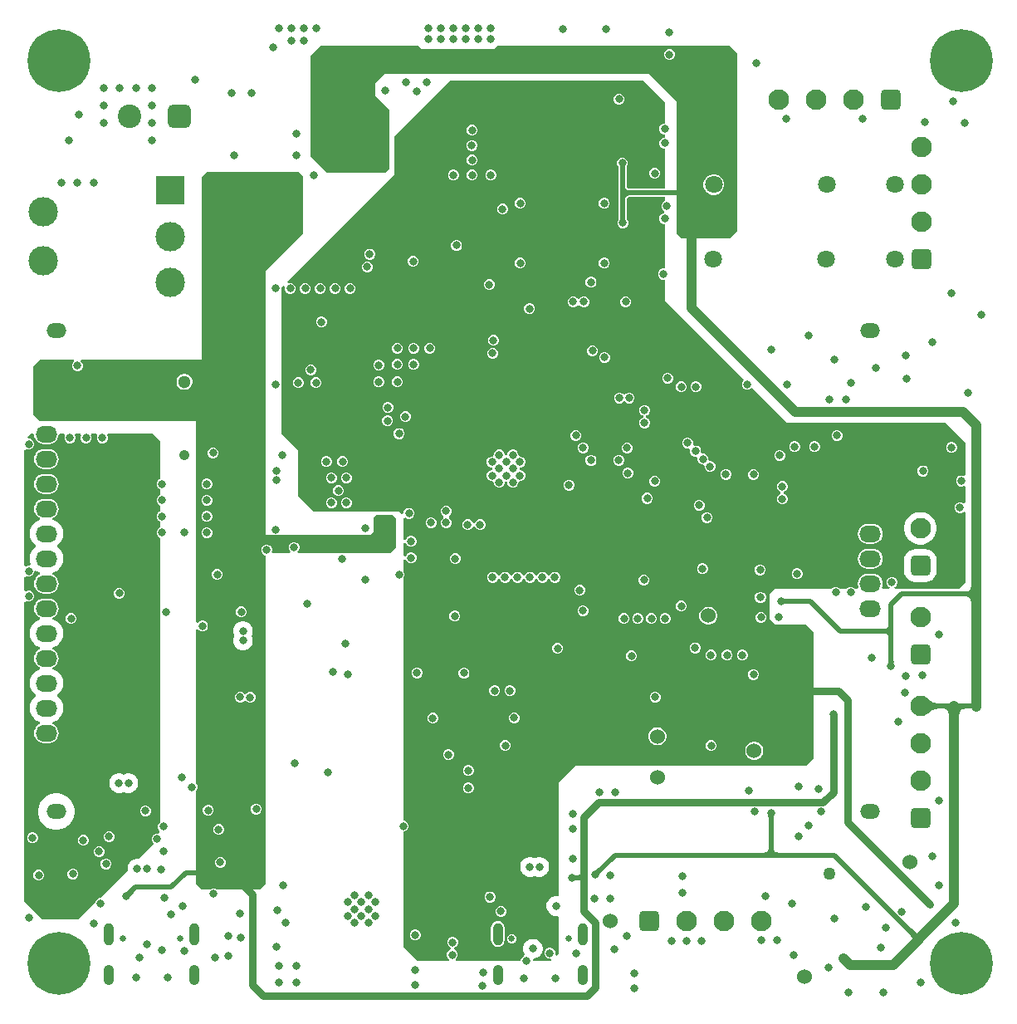
<source format=gbr>
G04*
G04 #@! TF.GenerationSoftware,Altium Limited,Altium Designer,24.10.1 (45)*
G04*
G04 Layer_Physical_Order=3*
G04 Layer_Color=16440176*
%FSLAX25Y25*%
%MOIN*%
G70*
G04*
G04 #@! TF.SameCoordinates,F8DE0C88-6A82-4F8F-96BC-C1AF256D62EF*
G04*
G04*
G04 #@! TF.FilePolarity,Positive*
G04*
G01*
G75*
%ADD116R,0.11811X0.11811*%
%ADD145C,0.25197*%
%ADD146C,0.02000*%
%ADD149C,0.01500*%
%ADD150C,0.03000*%
%ADD153C,0.05118*%
%ADD154C,0.04134*%
%ADD155C,0.09449*%
G04:AMPARAMS|DCode=156|XSize=94.49mil|YSize=94.49mil|CornerRadius=23.62mil|HoleSize=0mil|Usage=FLASHONLY|Rotation=180.000|XOffset=0mil|YOffset=0mil|HoleType=Round|Shape=RoundedRectangle|*
%AMROUNDEDRECTD156*
21,1,0.09449,0.04724,0,0,180.0*
21,1,0.04724,0.09449,0,0,180.0*
1,1,0.04724,-0.02362,0.02362*
1,1,0.04724,0.02362,0.02362*
1,1,0.04724,0.02362,-0.02362*
1,1,0.04724,-0.02362,-0.02362*
%
%ADD156ROUNDEDRECTD156*%
%ADD157C,0.03150*%
%ADD158C,0.11811*%
G04:AMPARAMS|DCode=159|XSize=82.68mil|YSize=82.68mil|CornerRadius=20.67mil|HoleSize=0mil|Usage=FLASHONLY|Rotation=90.000|XOffset=0mil|YOffset=0mil|HoleType=Round|Shape=RoundedRectangle|*
%AMROUNDEDRECTD159*
21,1,0.08268,0.04134,0,0,90.0*
21,1,0.04134,0.08268,0,0,90.0*
1,1,0.04134,0.02067,0.02067*
1,1,0.04134,0.02067,-0.02067*
1,1,0.04134,-0.02067,-0.02067*
1,1,0.04134,-0.02067,0.02067*
%
%ADD159ROUNDEDRECTD159*%
%ADD160C,0.08268*%
G04:AMPARAMS|DCode=161|XSize=82.68mil|YSize=82.68mil|CornerRadius=20.67mil|HoleSize=0mil|Usage=FLASHONLY|Rotation=180.000|XOffset=0mil|YOffset=0mil|HoleType=Round|Shape=RoundedRectangle|*
%AMROUNDEDRECTD161*
21,1,0.08268,0.04134,0,0,180.0*
21,1,0.04134,0.08268,0,0,180.0*
1,1,0.04134,-0.02067,0.02067*
1,1,0.04134,0.02067,0.02067*
1,1,0.04134,0.02067,-0.02067*
1,1,0.04134,-0.02067,-0.02067*
%
%ADD161ROUNDEDRECTD161*%
%ADD162O,0.08661X0.06693*%
%ADD164C,0.07087*%
%ADD166C,0.02559*%
%ADD167O,0.04134X0.08268*%
%ADD168O,0.04134X0.09055*%
%ADD169C,0.05000*%
%ADD170C,0.06000*%
%ADD171O,0.07874X0.05906*%
%ADD172C,0.04000*%
G36*
X288100Y380700D02*
X288100Y309742D01*
X284858Y306500D01*
X265700D01*
X263500Y308700D01*
Y361700D01*
X252500Y372700D01*
X146200D01*
X144300Y370800D01*
X142600Y369100D01*
X142600Y364100D01*
X148400Y358300D01*
X148400Y334600D01*
X146800Y333000D01*
X123400Y333000D01*
X116600Y339800D01*
Y379700D01*
X120758Y383858D01*
X160100D01*
X161158Y382800D01*
X190700D01*
X191758Y383858D01*
X284942D01*
X288100Y380700D01*
D02*
G37*
G36*
X243021Y335778D02*
X243006Y335715D01*
X242993Y335623D01*
X242972Y335350D01*
X242951Y334450D01*
X242950Y334152D01*
X240950Y334069D01*
X240949Y334368D01*
X240876Y335640D01*
X240856Y335705D01*
X240834Y335741D01*
X243038Y335811D01*
X243021Y335778D01*
D02*
G37*
G36*
X259100Y361300D02*
Y352775D01*
X258467D01*
X257668Y352444D01*
X257056Y351832D01*
X256725Y351033D01*
Y350167D01*
X257056Y349368D01*
X257668Y348756D01*
X258467Y348425D01*
X259100D01*
Y347075D01*
X258467D01*
X257668Y346744D01*
X257056Y346132D01*
X256725Y345333D01*
Y344467D01*
X257056Y343668D01*
X257668Y343056D01*
X258467Y342725D01*
X259100D01*
Y326531D01*
X245020D01*
X244984Y326549D01*
X244644Y326566D01*
X244390Y326611D01*
X244188Y326678D01*
X244033Y326762D01*
X243912Y326862D01*
X243812Y326983D01*
X243728Y327138D01*
X243661Y327340D01*
X243616Y327594D01*
X243599Y327934D01*
X243581Y327970D01*
Y328000D01*
X243587Y328027D01*
X243581Y328035D01*
Y334106D01*
X243599Y334150D01*
X243600Y334442D01*
X243621Y335318D01*
X243639Y335552D01*
X243641Y335565D01*
X243744Y335668D01*
X244075Y336467D01*
Y337333D01*
X243744Y338132D01*
X243132Y338744D01*
X242333Y339075D01*
X241467D01*
X240668Y338744D01*
X240056Y338132D01*
X239725Y337333D01*
Y336467D01*
X240056Y335668D01*
X240234Y335491D01*
X240300Y334348D01*
X240301Y334067D01*
X240306Y334055D01*
X240301Y334043D01*
X240319Y334005D01*
Y325036D01*
X240313Y325027D01*
X240319Y325000D01*
Y324800D01*
X240313Y324773D01*
X240319Y324764D01*
Y315694D01*
X240301Y315650D01*
X240300Y315358D01*
X240279Y314482D01*
X240261Y314248D01*
X240259Y314235D01*
X240156Y314132D01*
X239825Y313333D01*
Y312467D01*
X240156Y311668D01*
X240768Y311056D01*
X241567Y310725D01*
X242433D01*
X243232Y311056D01*
X243844Y311668D01*
X244175Y312467D01*
Y313333D01*
X243844Y314132D01*
X243666Y314309D01*
X243601Y315452D01*
X243599Y315733D01*
X243594Y315745D01*
X243599Y315757D01*
X243581Y315795D01*
Y321764D01*
X243587Y321773D01*
X243581Y321800D01*
Y321830D01*
X243599Y321866D01*
X243616Y322206D01*
X243661Y322460D01*
X243728Y322661D01*
X243812Y322817D01*
X243912Y322938D01*
X244033Y323038D01*
X244188Y323122D01*
X244390Y323189D01*
X244644Y323234D01*
X244984Y323252D01*
X245020Y323269D01*
X259100D01*
Y321605D01*
X258468Y321344D01*
X257856Y320732D01*
X257525Y319933D01*
Y319067D01*
X257856Y318268D01*
X258468Y317656D01*
X258665Y317575D01*
X258506Y316775D01*
X258467D01*
X257668Y316444D01*
X257056Y315832D01*
X256725Y315033D01*
Y314167D01*
X257056Y313368D01*
X257668Y312756D01*
X258467Y312425D01*
X259100D01*
Y294717D01*
X258760Y294490D01*
X257895D01*
X257095Y294158D01*
X256484Y293547D01*
X256152Y292747D01*
Y291882D01*
X256484Y291083D01*
X257095Y290471D01*
X257895Y290140D01*
X258760D01*
X259100Y289913D01*
Y281700D01*
X290799Y250001D01*
X290768Y249844D01*
X290156Y249232D01*
X289825Y248433D01*
Y247567D01*
X290156Y246768D01*
X290768Y246156D01*
X291567Y245825D01*
X292433D01*
X293232Y246156D01*
X293844Y246768D01*
X294001Y246799D01*
X307800Y233000D01*
Y232700D01*
X371600D01*
X379700Y224600D01*
Y211721D01*
X378900Y211281D01*
X378433Y211475D01*
X377567D01*
X376768Y211144D01*
X376156Y210532D01*
X375825Y209733D01*
Y208867D01*
X376156Y208068D01*
X376768Y207456D01*
X377567Y207125D01*
X378433D01*
X378900Y207319D01*
X379700Y206879D01*
Y200507D01*
X378900Y200176D01*
X378632Y200444D01*
X377833Y200775D01*
X376967D01*
X376168Y200444D01*
X375556Y199832D01*
X375225Y199033D01*
Y198167D01*
X375556Y197368D01*
X376168Y196756D01*
X376967Y196425D01*
X377833D01*
X378632Y196756D01*
X378900Y197024D01*
X379700Y196693D01*
Y168700D01*
X376823Y165823D01*
X351169D01*
X351010Y166623D01*
X351332Y166756D01*
X351944Y167368D01*
X352275Y168167D01*
Y169033D01*
X351944Y169832D01*
X351332Y170444D01*
X350533Y170775D01*
X349667D01*
X348868Y170444D01*
X348256Y169832D01*
X347925Y169033D01*
Y168167D01*
X348256Y167368D01*
X348868Y166756D01*
X349190Y166623D01*
X349031Y165823D01*
X346622D01*
X346087Y166623D01*
X346256Y167030D01*
X346392Y168061D01*
X346256Y169091D01*
X345858Y170051D01*
X345226Y170875D01*
X344401Y171508D01*
X343441Y171906D01*
X342411Y172041D01*
X340442D01*
X339412Y171906D01*
X338452Y171508D01*
X337628Y170875D01*
X336995Y170051D01*
X336598Y169091D01*
X336462Y168061D01*
X336598Y167030D01*
X336766Y166623D01*
X336232Y165823D01*
X335253D01*
X334732Y166344D01*
X333933Y166675D01*
X333067D01*
X332268Y166344D01*
X331747Y165823D01*
X329253D01*
X328732Y166344D01*
X327933Y166675D01*
X327067D01*
X326268Y166344D01*
X325747Y165823D01*
X302923D01*
X301000Y163900D01*
Y153900D01*
X303300Y151600D01*
X315500D01*
X318600Y148500D01*
Y98000D01*
X315500Y94900D01*
X223100D01*
X216300Y88100D01*
Y43007D01*
X215818Y42637D01*
X214782D01*
X213780Y42369D01*
X212883Y41850D01*
X212150Y41117D01*
X211631Y40220D01*
X211363Y39218D01*
Y38182D01*
X211631Y37180D01*
X212150Y36283D01*
X212883Y35550D01*
X213780Y35031D01*
X214782Y34763D01*
X215818D01*
X216300Y34393D01*
Y19600D01*
X215510Y18810D01*
X214831Y19263D01*
X214875Y19367D01*
Y20233D01*
X214544Y21032D01*
X213932Y21644D01*
X213133Y21975D01*
X212267D01*
X211468Y21644D01*
X210856Y21032D01*
X210525Y20233D01*
Y19367D01*
X210856Y18568D01*
X211468Y17956D01*
X212267Y17625D01*
X212957D01*
X213295Y17167D01*
X213395Y16886D01*
X213094Y16500D01*
X206068D01*
X205951Y16775D01*
X206403Y17537D01*
X206478Y17579D01*
X207420Y17831D01*
X208317Y18350D01*
X209050Y19083D01*
X209569Y19980D01*
X209837Y20982D01*
Y22018D01*
X209569Y23020D01*
X209050Y23917D01*
X208317Y24650D01*
X207420Y25169D01*
X206418Y25437D01*
X205382D01*
X204380Y25169D01*
X203483Y24650D01*
X202750Y23917D01*
X202231Y23020D01*
X201963Y22018D01*
Y20982D01*
X202231Y19980D01*
X202558Y19414D01*
X202335Y18571D01*
X202243Y18458D01*
X201968Y18344D01*
X201356Y17732D01*
X201025Y16933D01*
Y16500D01*
X175097D01*
X174892Y17084D01*
X174876Y17300D01*
X175444Y17868D01*
X175775Y18667D01*
Y19533D01*
X175444Y20332D01*
X174832Y20944D01*
X174263Y21179D01*
X174253Y21238D01*
X174343Y22012D01*
X174932Y22256D01*
X175544Y22868D01*
X175875Y23667D01*
Y24533D01*
X175544Y25332D01*
X174932Y25944D01*
X174133Y26275D01*
X173267D01*
X172468Y25944D01*
X171856Y25332D01*
X171525Y24533D01*
Y23667D01*
X171856Y22868D01*
X172468Y22256D01*
X173037Y22021D01*
X173047Y21962D01*
X172957Y21188D01*
X172368Y20944D01*
X171756Y20332D01*
X171425Y19533D01*
Y18667D01*
X171756Y17868D01*
X172324Y17300D01*
X172308Y17084D01*
X172103Y16500D01*
X159700D01*
X154100Y22100D01*
Y68525D01*
X154333D01*
X155132Y68856D01*
X155744Y69468D01*
X156075Y70267D01*
Y71133D01*
X155744Y71932D01*
X155132Y72544D01*
X154333Y72875D01*
X154100D01*
Y170400D01*
X154112Y170412D01*
X154443Y171211D01*
Y172076D01*
X154112Y172876D01*
X154100Y172887D01*
Y177628D01*
X154900Y177787D01*
X155156Y177168D01*
X155768Y176556D01*
X156567Y176225D01*
X157433D01*
X158232Y176556D01*
X158844Y177168D01*
X159175Y177967D01*
Y178833D01*
X158844Y179632D01*
X158232Y180244D01*
X157433Y180575D01*
X156567D01*
X155768Y180244D01*
X155156Y179632D01*
X154900Y179013D01*
X154100Y179172D01*
Y184228D01*
X154900Y184387D01*
X155156Y183768D01*
X155768Y183156D01*
X156567Y182825D01*
X157433D01*
X158232Y183156D01*
X158844Y183768D01*
X159175Y184567D01*
Y185433D01*
X158844Y186232D01*
X158232Y186844D01*
X157433Y187175D01*
X156567D01*
X155768Y186844D01*
X155156Y186232D01*
X154900Y185613D01*
X154100Y185772D01*
Y194193D01*
X154900Y194524D01*
X154968Y194456D01*
X155767Y194125D01*
X156633D01*
X157432Y194456D01*
X158044Y195068D01*
X158375Y195867D01*
Y196733D01*
X158044Y197532D01*
X157432Y198144D01*
X156633Y198475D01*
X155767D01*
X154968Y198144D01*
X154356Y197532D01*
X154025Y196733D01*
Y196406D01*
X153225Y196075D01*
X152200Y197100D01*
X117900D01*
X111700Y203300D01*
Y221700D01*
X105100Y228300D01*
X105100Y287000D01*
X105708Y287608D01*
X106386Y287155D01*
X106325Y287007D01*
Y286142D01*
X106656Y285343D01*
X107268Y284731D01*
X108067Y284400D01*
X108933D01*
X109732Y284731D01*
X110344Y285343D01*
X110675Y286142D01*
Y287007D01*
X110344Y287807D01*
X109732Y288419D01*
X108933Y288750D01*
X108067D01*
X107920Y288688D01*
X107467Y289367D01*
X150300Y332200D01*
Y347800D01*
X172600Y370100D01*
X250300D01*
X259100Y361300D01*
D02*
G37*
G36*
X242970Y327520D02*
X243030Y327180D01*
X243130Y326880D01*
X243270Y326620D01*
X243450Y326400D01*
X243670Y326220D01*
X243930Y326080D01*
X244230Y325980D01*
X244570Y325920D01*
X244950Y325900D01*
Y323900D01*
X244570Y323880D01*
X244230Y323820D01*
X243930Y323720D01*
X243670Y323580D01*
X243450Y323400D01*
X243270Y323180D01*
X243130Y322920D01*
X243030Y322620D01*
X242970Y322280D01*
X242950Y321900D01*
X240950Y324900D01*
X242950Y327900D01*
X242970Y327520D01*
D02*
G37*
G36*
X242951Y315432D02*
X243024Y314160D01*
X243044Y314095D01*
X243066Y314059D01*
X240862Y313989D01*
X240879Y314022D01*
X240894Y314085D01*
X240907Y314177D01*
X240928Y314450D01*
X240949Y315350D01*
X240950Y315649D01*
X242950Y315731D01*
X242951Y315432D01*
D02*
G37*
G36*
X113800Y331600D02*
Y308500D01*
X98700Y293400D01*
Y187600D01*
X101987D01*
X102167Y187525D01*
X103033D01*
X103213Y187600D01*
X140700D01*
X142000Y188900D01*
X142000Y194400D01*
X143100Y195500D01*
X149800D01*
X150900Y194400D01*
Y182600D01*
X148500Y180200D01*
X129726D01*
X129640Y180236D01*
X128774D01*
X128688Y180200D01*
X111807D01*
X111476Y181000D01*
X111844Y181368D01*
X112175Y182167D01*
Y183033D01*
X111844Y183832D01*
X111232Y184444D01*
X110433Y184775D01*
X109567D01*
X108768Y184444D01*
X108156Y183832D01*
X107825Y183033D01*
Y182167D01*
X108156Y181368D01*
X108524Y181000D01*
X108193Y180200D01*
X101640D01*
X101105Y181000D01*
X101175Y181167D01*
Y182033D01*
X100844Y182832D01*
X100232Y183444D01*
X99433Y183775D01*
X98567D01*
X97768Y183444D01*
X97156Y182832D01*
X96825Y182033D01*
Y181167D01*
X97156Y180368D01*
X97768Y179756D01*
X98567Y179425D01*
X98700D01*
Y47700D01*
X96400Y45400D01*
X79076Y45400D01*
X79032Y45444D01*
X78233Y45775D01*
X77367D01*
X76568Y45444D01*
X76524Y45400D01*
X72900D01*
X70700Y47600D01*
Y85002D01*
X70932Y85234D01*
X71263Y86033D01*
Y86898D01*
X70932Y87698D01*
X70700Y87930D01*
Y149503D01*
X71284Y149708D01*
X71500Y149724D01*
X72068Y149156D01*
X72867Y148825D01*
X73733D01*
X74532Y149156D01*
X75144Y149768D01*
X75475Y150567D01*
Y151433D01*
X75144Y152232D01*
X74532Y152844D01*
X73733Y153175D01*
X72867D01*
X72068Y152844D01*
X71500Y152276D01*
X71284Y152292D01*
X70700Y152497D01*
Y233300D01*
X8000D01*
X5400Y235900D01*
Y255200D01*
X8200Y258000D01*
X21479D01*
X21553Y257876D01*
X21724Y257200D01*
X21256Y256732D01*
X20925Y255933D01*
Y255067D01*
X21256Y254268D01*
X21868Y253656D01*
X22667Y253325D01*
X23533D01*
X24332Y253656D01*
X24944Y254268D01*
X25275Y255067D01*
Y255933D01*
X24944Y256732D01*
X24476Y257200D01*
X24647Y257876D01*
X24721Y258000D01*
X73100D01*
Y331300D01*
X75200Y333400D01*
X112000Y333400D01*
X113800Y331600D01*
D02*
G37*
G36*
X56300Y225300D02*
Y210064D01*
X55768Y209844D01*
X55156Y209232D01*
X54825Y208433D01*
Y207567D01*
X55156Y206768D01*
X55768Y206156D01*
X56300Y205936D01*
Y203564D01*
X55768Y203344D01*
X55156Y202732D01*
X54825Y201933D01*
Y201067D01*
X55156Y200268D01*
X55768Y199656D01*
X56300Y199436D01*
Y197064D01*
X55768Y196844D01*
X55156Y196232D01*
X54825Y195433D01*
Y194567D01*
X55156Y193768D01*
X55768Y193156D01*
X56300Y192936D01*
Y190564D01*
X55768Y190344D01*
X55156Y189732D01*
X54825Y188933D01*
Y188067D01*
X55156Y187268D01*
X55768Y186656D01*
X56300Y186436D01*
Y72357D01*
X56268Y72344D01*
X55656Y71732D01*
X55325Y70933D01*
Y70067D01*
X55656Y69268D01*
X56041Y68884D01*
X56000Y68192D01*
X55433Y67675D01*
X54567D01*
X53768Y67344D01*
X53156Y66732D01*
X52825Y65933D01*
Y65067D01*
X53156Y64268D01*
X53768Y63656D01*
X53783Y63583D01*
X47791Y57591D01*
X47618Y57637D01*
X46582D01*
X45580Y57369D01*
X44683Y56850D01*
X43950Y56117D01*
X43431Y55220D01*
X43163Y54218D01*
Y53182D01*
X43209Y53009D01*
X32175Y41975D01*
X31967D01*
X31168Y41644D01*
X30556Y41032D01*
X30225Y40233D01*
Y40025D01*
X23400Y33200D01*
X8900D01*
X1700Y40400D01*
Y160679D01*
X2500Y161060D01*
X3067Y160825D01*
X3933D01*
X4732Y161156D01*
X5344Y161768D01*
X5675Y162567D01*
Y163433D01*
X5344Y164232D01*
X4732Y164844D01*
X3933Y165175D01*
X3067D01*
X2500Y164940D01*
X1700Y165321D01*
Y170679D01*
X2500Y171060D01*
X3067Y170825D01*
X3933D01*
X4732Y171156D01*
X5344Y171768D01*
X5675Y172567D01*
Y172872D01*
X6475Y173267D01*
X6718Y173081D01*
X7977Y172559D01*
X8068Y172129D01*
X8014Y171708D01*
X7626Y171547D01*
X6801Y170915D01*
X6168Y170090D01*
X5771Y169130D01*
X5635Y168100D01*
X5771Y167070D01*
X6168Y166110D01*
X6801Y165285D01*
X7626Y164653D01*
X8585Y164255D01*
X9616Y164120D01*
X11584D01*
X12615Y164255D01*
X13575Y164653D01*
X14399Y165285D01*
X15032Y166110D01*
X15429Y167070D01*
X15565Y168100D01*
X15429Y169130D01*
X15032Y170090D01*
X14399Y170915D01*
X13575Y171547D01*
X13186Y171708D01*
X13132Y172129D01*
X13223Y172559D01*
X14482Y173081D01*
X15683Y174002D01*
X16604Y175202D01*
X17183Y176600D01*
X17380Y178100D01*
X17183Y179600D01*
X16604Y180998D01*
X15683Y182198D01*
X15029Y182700D01*
Y183500D01*
X15683Y184002D01*
X16604Y185202D01*
X17183Y186600D01*
X17380Y188100D01*
X17183Y189600D01*
X16604Y190998D01*
X15683Y192198D01*
X14482Y193120D01*
X13223Y193641D01*
X13132Y194071D01*
X13186Y194492D01*
X13575Y194653D01*
X14399Y195285D01*
X15032Y196110D01*
X15429Y197070D01*
X15565Y198100D01*
X15429Y199130D01*
X15032Y200090D01*
X14399Y200915D01*
X13575Y201547D01*
X12615Y201945D01*
X11584Y202080D01*
X9616D01*
X8585Y201945D01*
X7626Y201547D01*
X6801Y200915D01*
X6168Y200090D01*
X5771Y199130D01*
X5635Y198100D01*
X5771Y197070D01*
X6168Y196110D01*
X6801Y195285D01*
X7626Y194653D01*
X8014Y194492D01*
X8068Y194071D01*
X7977Y193641D01*
X6718Y193120D01*
X5517Y192198D01*
X4596Y190998D01*
X4017Y189600D01*
X3820Y188100D01*
X4017Y186600D01*
X4596Y185202D01*
X5517Y184002D01*
X6171Y183500D01*
Y182700D01*
X5517Y182198D01*
X4596Y180998D01*
X4017Y179600D01*
X3820Y178100D01*
X4017Y176600D01*
X4314Y175883D01*
X4175Y175625D01*
X3742Y175175D01*
X3067D01*
X2500Y174940D01*
X1700Y175321D01*
Y221679D01*
X2500Y222060D01*
X3067Y221825D01*
X3933D01*
X4732Y222156D01*
X5344Y222768D01*
X5675Y223567D01*
Y224433D01*
X5344Y225232D01*
X4732Y225844D01*
X3933Y226175D01*
X3306D01*
X2918Y226893D01*
X2914Y226914D01*
X4400Y228400D01*
X5372D01*
X5635Y228100D01*
X5771Y227070D01*
X6168Y226110D01*
X6801Y225285D01*
X7626Y224653D01*
X8585Y224255D01*
X9616Y224119D01*
X11584D01*
X12615Y224255D01*
X13575Y224653D01*
X14399Y225285D01*
X15032Y226110D01*
X15429Y227070D01*
X15565Y228100D01*
X15828Y228400D01*
X17679D01*
X18060Y227600D01*
X17825Y227033D01*
Y226167D01*
X18156Y225368D01*
X18768Y224756D01*
X19567Y224425D01*
X20433D01*
X21232Y224756D01*
X21844Y225368D01*
X22175Y226167D01*
Y227033D01*
X21940Y227600D01*
X22321Y228400D01*
X24193D01*
X24399Y228103D01*
X24602Y227600D01*
X24325Y226933D01*
Y226067D01*
X24656Y225268D01*
X25268Y224656D01*
X26067Y224325D01*
X26933D01*
X27732Y224656D01*
X28344Y225268D01*
X28675Y226067D01*
Y226933D01*
X28398Y227600D01*
X28601Y228103D01*
X28807Y228400D01*
X30693D01*
X30899Y228103D01*
X31102Y227600D01*
X30825Y226933D01*
Y226067D01*
X31156Y225268D01*
X31768Y224656D01*
X32567Y224325D01*
X33433D01*
X34232Y224656D01*
X34844Y225268D01*
X35175Y226067D01*
Y226933D01*
X34898Y227600D01*
X35101Y228103D01*
X35307Y228400D01*
X53200D01*
X56300Y225300D01*
D02*
G37*
G36*
X306959Y162083D02*
X307023Y162065D01*
X307117Y162050D01*
X307240Y162037D01*
X307784Y162009D01*
X308591Y162000D01*
Y160000D01*
X308293Y159999D01*
X306959Y159917D01*
X306925Y159898D01*
Y162102D01*
X306959Y162083D01*
D02*
G37*
G36*
X386000Y163871D02*
X382000Y158871D01*
X381980Y159631D01*
X381920Y160311D01*
X381820Y160911D01*
X381680Y161431D01*
X381500Y161871D01*
X381280Y162231D01*
X381020Y162511D01*
X380720Y162711D01*
X380414Y162819D01*
X379014Y162867D01*
X378268Y162871D01*
Y164871D01*
X379014Y164875D01*
X380570Y164978D01*
X380720Y165031D01*
X381020Y165231D01*
X381280Y165511D01*
X381500Y165871D01*
X381680Y166311D01*
X381820Y166831D01*
X381920Y167431D01*
X381980Y168111D01*
X382000Y168871D01*
X386000Y163871D01*
D02*
G37*
G36*
X350805Y149033D02*
X348805Y146034D01*
X348785Y146414D01*
X348725Y146754D01*
X348625Y147054D01*
X348485Y147313D01*
X348305Y147534D01*
X348085Y147713D01*
X347825Y147854D01*
X347525Y147953D01*
X347185Y148013D01*
X346805Y148033D01*
Y150033D01*
X347185Y150054D01*
X347525Y150113D01*
X347825Y150214D01*
X348085Y150354D01*
X348305Y150533D01*
X348485Y150753D01*
X348625Y151014D01*
X348725Y151313D01*
X348785Y151654D01*
X348805Y152033D01*
X350805Y149033D01*
D02*
G37*
G36*
X350806Y137634D02*
X350888Y136300D01*
X350907Y136266D01*
X348703D01*
X348722Y136300D01*
X348739Y136364D01*
X348755Y136458D01*
X348768Y136580D01*
X348796Y137124D01*
X348805Y137932D01*
X350805D01*
X350806Y137634D01*
D02*
G37*
G36*
X364938Y121434D02*
X365354Y121112D01*
X365799Y120828D01*
X366274Y120582D01*
X366778Y120373D01*
X367313Y120203D01*
X367876Y120070D01*
X368470Y119976D01*
X369092Y119919D01*
X369668Y119902D01*
X370014Y119904D01*
X373023Y120103D01*
X373281Y120166D01*
X373469Y120236D01*
X373587Y120315D01*
Y119193D01*
X375000Y119900D01*
X376413Y119193D01*
Y120315D01*
X376531Y120236D01*
X376719Y120166D01*
X376977Y120103D01*
X377304Y120049D01*
X378168Y119966D01*
X379986Y119904D01*
X380732Y119900D01*
Y117900D01*
X379986Y117896D01*
X378430Y117793D01*
X378280Y117740D01*
X377980Y117540D01*
X377720Y117260D01*
X377500Y116900D01*
X377320Y116460D01*
X377180Y115940D01*
X377080Y115340D01*
X377020Y114660D01*
X377000Y113900D01*
X373000D01*
X372980Y114660D01*
X372920Y115340D01*
X372820Y115940D01*
X372680Y116460D01*
X372500Y116900D01*
X372280Y117260D01*
X372020Y117540D01*
X371720Y117740D01*
X371414Y117848D01*
X370014Y117896D01*
X369668Y117898D01*
X369092Y117881D01*
X368470Y117824D01*
X367876Y117730D01*
X367313Y117597D01*
X366778Y117427D01*
X366274Y117218D01*
X365799Y116972D01*
X365354Y116688D01*
X364938Y116366D01*
X364552Y116006D01*
Y121794D01*
X364938Y121434D01*
D02*
G37*
G36*
X302583Y74941D02*
X302566Y74877D01*
X302550Y74783D01*
X302537Y74660D01*
X302509Y74116D01*
X302500Y73309D01*
X300500D01*
X300499Y73607D01*
X300417Y74941D01*
X300398Y74975D01*
X302602D01*
X302583Y74941D01*
D02*
G37*
G36*
X302520Y61748D02*
X302580Y61408D01*
X302680Y61108D01*
X302820Y60848D01*
X303000Y60628D01*
X303220Y60448D01*
X303480Y60308D01*
X303780Y60208D01*
X304120Y60148D01*
X304500Y60128D01*
X301500Y58128D01*
X298500Y60128D01*
X298880Y60148D01*
X299220Y60208D01*
X299520Y60308D01*
X299780Y60448D01*
X300000Y60628D01*
X300180Y60848D01*
X300320Y61108D01*
X300420Y61408D01*
X300480Y61748D01*
X300500Y62128D01*
X302500D01*
X302520Y61748D01*
D02*
G37*
G36*
X233681Y52467D02*
X233471Y52255D01*
X232586Y51254D01*
X232575Y51216D01*
X231016Y52775D01*
X231054Y52785D01*
X231112Y52819D01*
X231189Y52874D01*
X231285Y52951D01*
X231689Y53316D01*
X232267Y53881D01*
X233681Y52467D01*
D02*
G37*
G36*
X222859Y51183D02*
X222923Y51165D01*
X223017Y51150D01*
X223140Y51137D01*
X223367Y51125D01*
X225164Y51161D01*
Y49039D01*
X225122Y49050D01*
X225022Y49061D01*
X224645Y49078D01*
X223948Y49084D01*
X222859Y49017D01*
X222825Y48998D01*
Y49094D01*
X222106Y49100D01*
Y51100D01*
X222825Y51114D01*
Y51202D01*
X222859Y51183D01*
D02*
G37*
G36*
X45481Y43967D02*
X45270Y43755D01*
X44385Y42754D01*
X44375Y42716D01*
X42816Y44275D01*
X42854Y44286D01*
X42912Y44319D01*
X42988Y44374D01*
X43085Y44451D01*
X43489Y44816D01*
X44067Y45381D01*
X45481Y43967D01*
D02*
G37*
G36*
X357942Y29488D02*
X360211Y27501D01*
X360438Y27362D01*
X360620Y27280D01*
X360759Y27252D01*
X358758Y25251D01*
X358731Y25390D01*
X358648Y25572D01*
X358510Y25799D01*
X358316Y26068D01*
X357764Y26738D01*
X356522Y28068D01*
X355998Y28598D01*
X357412Y30012D01*
X357942Y29488D01*
D02*
G37*
%LPC*%
G36*
X261177Y382575D02*
X260312D01*
X259512Y382244D01*
X258901Y381632D01*
X258570Y380833D01*
Y379967D01*
X258901Y379168D01*
X259512Y378556D01*
X260312Y378225D01*
X261177D01*
X261976Y378556D01*
X262588Y379168D01*
X262919Y379967D01*
Y380833D01*
X262588Y381632D01*
X261976Y382244D01*
X261177Y382575D01*
D02*
G37*
G36*
X279111Y332368D02*
X278020D01*
X276966Y332085D01*
X276021Y331540D01*
X275250Y330768D01*
X274704Y329824D01*
X274422Y328770D01*
Y327679D01*
X274704Y326625D01*
X275250Y325680D01*
X276021Y324909D01*
X276966Y324363D01*
X278020Y324081D01*
X279111D01*
X280165Y324363D01*
X281109Y324909D01*
X281881Y325680D01*
X282426Y326625D01*
X282709Y327679D01*
Y328770D01*
X282426Y329824D01*
X281881Y330768D01*
X281109Y331540D01*
X280165Y332085D01*
X279111Y332368D01*
D02*
G37*
G36*
X240933Y364690D02*
X240067D01*
X239268Y364359D01*
X238656Y363747D01*
X238325Y362948D01*
Y362083D01*
X238656Y361283D01*
X239268Y360671D01*
X240067Y360340D01*
X240933D01*
X241732Y360671D01*
X242344Y361283D01*
X242675Y362083D01*
Y362948D01*
X242344Y363747D01*
X241732Y364359D01*
X240933Y364690D01*
D02*
G37*
G36*
X181933Y352175D02*
X181067D01*
X180268Y351844D01*
X179656Y351232D01*
X179325Y350433D01*
Y349567D01*
X179656Y348768D01*
X180268Y348156D01*
X181067Y347825D01*
X181933D01*
X182732Y348156D01*
X183344Y348768D01*
X183675Y349567D01*
Y350433D01*
X183344Y351232D01*
X182732Y351844D01*
X181933Y352175D01*
D02*
G37*
G36*
X181864Y346134D02*
X180998D01*
X180199Y345803D01*
X179587Y345191D01*
X179256Y344392D01*
Y343526D01*
X179587Y342727D01*
X180199Y342115D01*
X180998Y341784D01*
X181864D01*
X182663Y342115D01*
X183275Y342727D01*
X183606Y343526D01*
Y344392D01*
X183275Y345191D01*
X182663Y345803D01*
X181864Y346134D01*
D02*
G37*
G36*
X181933Y340175D02*
X181067D01*
X180268Y339844D01*
X179656Y339232D01*
X179325Y338433D01*
Y337567D01*
X179656Y336768D01*
X180268Y336156D01*
X181067Y335825D01*
X181933D01*
X182732Y336156D01*
X183344Y336768D01*
X183675Y337567D01*
Y338433D01*
X183344Y339232D01*
X182732Y339844D01*
X181933Y340175D01*
D02*
G37*
G36*
X255333Y334975D02*
X254467D01*
X253668Y334644D01*
X253056Y334032D01*
X252725Y333233D01*
Y332367D01*
X253056Y331568D01*
X253668Y330956D01*
X254467Y330625D01*
X255333D01*
X256132Y330956D01*
X256744Y331568D01*
X257075Y332367D01*
Y333233D01*
X256744Y334032D01*
X256132Y334644D01*
X255333Y334975D01*
D02*
G37*
G36*
X189433Y334175D02*
X188567D01*
X187768Y333844D01*
X187156Y333232D01*
X186825Y332433D01*
Y331567D01*
X187156Y330768D01*
X187768Y330156D01*
X188567Y329825D01*
X189433D01*
X190232Y330156D01*
X190844Y330768D01*
X191175Y331567D01*
Y332433D01*
X190844Y333232D01*
X190232Y333844D01*
X189433Y334175D01*
D02*
G37*
G36*
X181933D02*
X181067D01*
X180268Y333844D01*
X179656Y333232D01*
X179325Y332433D01*
Y331567D01*
X179656Y330768D01*
X180268Y330156D01*
X181067Y329825D01*
X181933D01*
X182732Y330156D01*
X183344Y330768D01*
X183675Y331567D01*
Y332433D01*
X183344Y333232D01*
X182732Y333844D01*
X181933Y334175D01*
D02*
G37*
G36*
X174433D02*
X173567D01*
X172768Y333844D01*
X172156Y333232D01*
X171825Y332433D01*
Y331567D01*
X172156Y330768D01*
X172768Y330156D01*
X173567Y329825D01*
X174433D01*
X175232Y330156D01*
X175844Y330768D01*
X176175Y331567D01*
Y332433D01*
X175844Y333232D01*
X175232Y333844D01*
X174433Y334175D01*
D02*
G37*
G36*
X235033Y322875D02*
X234167D01*
X233368Y322544D01*
X232756Y321932D01*
X232425Y321133D01*
Y320267D01*
X232756Y319468D01*
X233368Y318856D01*
X234167Y318525D01*
X235033D01*
X235832Y318856D01*
X236444Y319468D01*
X236775Y320267D01*
Y321133D01*
X236444Y321932D01*
X235832Y322544D01*
X235033Y322875D01*
D02*
G37*
G36*
X201333D02*
X200467D01*
X199668Y322544D01*
X199056Y321932D01*
X198725Y321133D01*
Y320267D01*
X199056Y319468D01*
X199668Y318856D01*
X200467Y318525D01*
X201333D01*
X202132Y318856D01*
X202744Y319468D01*
X203075Y320267D01*
Y321133D01*
X202744Y321932D01*
X202132Y322544D01*
X201333Y322875D01*
D02*
G37*
G36*
X194160Y320541D02*
X193295D01*
X192495Y320210D01*
X191883Y319598D01*
X191552Y318799D01*
Y317934D01*
X191883Y317134D01*
X192495Y316523D01*
X193295Y316192D01*
X194160D01*
X194959Y316523D01*
X195571Y317134D01*
X195902Y317934D01*
Y318799D01*
X195571Y319598D01*
X194959Y320210D01*
X194160Y320541D01*
D02*
G37*
G36*
X175733Y306075D02*
X174867D01*
X174068Y305744D01*
X173456Y305132D01*
X173125Y304333D01*
Y303467D01*
X173456Y302668D01*
X174068Y302056D01*
X174867Y301725D01*
X175733D01*
X176532Y302056D01*
X177144Y302668D01*
X177475Y303467D01*
Y304333D01*
X177144Y305132D01*
X176532Y305744D01*
X175733Y306075D01*
D02*
G37*
G36*
X140833Y302475D02*
X139967D01*
X139168Y302144D01*
X138556Y301532D01*
X138225Y300733D01*
Y299867D01*
X138556Y299068D01*
X139168Y298456D01*
X139967Y298125D01*
X140833D01*
X141632Y298456D01*
X142244Y299068D01*
X142575Y299867D01*
Y300733D01*
X142244Y301532D01*
X141632Y302144D01*
X140833Y302475D01*
D02*
G37*
G36*
X158333Y299575D02*
X157467D01*
X156668Y299244D01*
X156056Y298632D01*
X155725Y297833D01*
Y296967D01*
X156056Y296168D01*
X156668Y295556D01*
X157467Y295225D01*
X158333D01*
X159132Y295556D01*
X159744Y296168D01*
X160075Y296967D01*
Y297833D01*
X159744Y298632D01*
X159132Y299244D01*
X158333Y299575D01*
D02*
G37*
G36*
X235033Y298875D02*
X234167D01*
X233368Y298544D01*
X232756Y297932D01*
X232425Y297133D01*
Y296267D01*
X232756Y295468D01*
X233368Y294856D01*
X234167Y294525D01*
X235033D01*
X235832Y294856D01*
X236444Y295468D01*
X236775Y296267D01*
Y297133D01*
X236444Y297932D01*
X235832Y298544D01*
X235033Y298875D01*
D02*
G37*
G36*
X201333D02*
X200467D01*
X199668Y298544D01*
X199056Y297932D01*
X198725Y297133D01*
Y296267D01*
X199056Y295468D01*
X199668Y294856D01*
X200467Y294525D01*
X201333D01*
X202132Y294856D01*
X202744Y295468D01*
X203075Y296267D01*
Y297133D01*
X202744Y297932D01*
X202132Y298544D01*
X201333Y298875D01*
D02*
G37*
G36*
X139901Y297331D02*
X139035D01*
X138236Y297000D01*
X137624Y296388D01*
X137293Y295589D01*
Y294724D01*
X137624Y293924D01*
X138236Y293313D01*
X139035Y292982D01*
X139901D01*
X140700Y293313D01*
X141312Y293924D01*
X141643Y294724D01*
Y295589D01*
X141312Y296388D01*
X140700Y297000D01*
X139901Y297331D01*
D02*
G37*
G36*
X229733Y291175D02*
X228867D01*
X228068Y290844D01*
X227456Y290232D01*
X227125Y289433D01*
Y288567D01*
X227456Y287768D01*
X228068Y287156D01*
X228867Y286825D01*
X229733D01*
X230532Y287156D01*
X231144Y287768D01*
X231475Y288567D01*
Y289433D01*
X231144Y290232D01*
X230532Y290844D01*
X229733Y291175D01*
D02*
G37*
G36*
X188833Y290275D02*
X187967D01*
X187168Y289944D01*
X186556Y289332D01*
X186225Y288533D01*
Y287667D01*
X186556Y286868D01*
X187168Y286256D01*
X187967Y285925D01*
X188833D01*
X189632Y286256D01*
X190244Y286868D01*
X190575Y287667D01*
Y288533D01*
X190244Y289332D01*
X189632Y289944D01*
X188833Y290275D01*
D02*
G37*
G36*
X132933Y288750D02*
X132067D01*
X131268Y288419D01*
X130656Y287807D01*
X130325Y287007D01*
Y286142D01*
X130656Y285343D01*
X131268Y284731D01*
X132067Y284400D01*
X132933D01*
X133732Y284731D01*
X134344Y285343D01*
X134675Y286142D01*
Y287007D01*
X134344Y287807D01*
X133732Y288419D01*
X132933Y288750D01*
D02*
G37*
G36*
X126933D02*
X126067D01*
X125268Y288419D01*
X124656Y287807D01*
X124325Y287007D01*
Y286142D01*
X124656Y285343D01*
X125268Y284731D01*
X126067Y284400D01*
X126933D01*
X127732Y284731D01*
X128344Y285343D01*
X128675Y286142D01*
Y287007D01*
X128344Y287807D01*
X127732Y288419D01*
X126933Y288750D01*
D02*
G37*
G36*
X120933D02*
X120067D01*
X119268Y288419D01*
X118656Y287807D01*
X118325Y287007D01*
Y286142D01*
X118656Y285343D01*
X119268Y284731D01*
X120067Y284400D01*
X120933D01*
X121732Y284731D01*
X122344Y285343D01*
X122675Y286142D01*
Y287007D01*
X122344Y287807D01*
X121732Y288419D01*
X120933Y288750D01*
D02*
G37*
G36*
X114933D02*
X114067D01*
X113268Y288419D01*
X112656Y287807D01*
X112325Y287007D01*
Y286142D01*
X112656Y285343D01*
X113268Y284731D01*
X114067Y284400D01*
X114933D01*
X115732Y284731D01*
X116344Y285343D01*
X116675Y286142D01*
Y287007D01*
X116344Y287807D01*
X115732Y288419D01*
X114933Y288750D01*
D02*
G37*
G36*
X226833Y283350D02*
X225967D01*
X225168Y283018D01*
X224735Y282586D01*
X224250Y282476D01*
X223765Y282586D01*
X223332Y283018D01*
X222533Y283350D01*
X221667D01*
X220868Y283018D01*
X220256Y282407D01*
X219925Y281607D01*
Y280742D01*
X220256Y279943D01*
X220868Y279331D01*
X221667Y279000D01*
X222533D01*
X223332Y279331D01*
X223765Y279764D01*
X224250Y279874D01*
X224735Y279764D01*
X225168Y279331D01*
X225967Y279000D01*
X226833D01*
X227632Y279331D01*
X228244Y279943D01*
X228575Y280742D01*
Y281607D01*
X228244Y282407D01*
X227632Y283018D01*
X226833Y283350D01*
D02*
G37*
G36*
X243649D02*
X242784D01*
X241984Y283018D01*
X241372Y282407D01*
X241041Y281607D01*
Y280742D01*
X241372Y279943D01*
X241984Y279331D01*
X242784Y279000D01*
X243649D01*
X244448Y279331D01*
X245060Y279943D01*
X245391Y280742D01*
Y281607D01*
X245060Y282407D01*
X244448Y283018D01*
X243649Y283350D01*
D02*
G37*
G36*
X205024Y280606D02*
X204159D01*
X203359Y280275D01*
X202748Y279663D01*
X202417Y278864D01*
Y277999D01*
X202748Y277200D01*
X203359Y276588D01*
X204159Y276257D01*
X205024D01*
X205823Y276588D01*
X206435Y277200D01*
X206766Y277999D01*
Y278864D01*
X206435Y279663D01*
X205823Y280275D01*
X205024Y280606D01*
D02*
G37*
G36*
X121433Y275275D02*
X120567D01*
X119768Y274944D01*
X119156Y274332D01*
X118825Y273533D01*
Y272667D01*
X119156Y271868D01*
X119768Y271256D01*
X120567Y270925D01*
X121433D01*
X122232Y271256D01*
X122844Y271868D01*
X123175Y272667D01*
Y273533D01*
X122844Y274332D01*
X122232Y274944D01*
X121433Y275275D01*
D02*
G37*
G36*
X190533Y267875D02*
X189667D01*
X188868Y267544D01*
X188256Y266932D01*
X187925Y266133D01*
Y265267D01*
X188256Y264468D01*
X188868Y263856D01*
X189667Y263525D01*
X190533D01*
X191332Y263856D01*
X191944Y264468D01*
X192275Y265267D01*
Y266133D01*
X191944Y266932D01*
X191332Y267544D01*
X190533Y267875D01*
D02*
G37*
G36*
X164933Y264675D02*
X164067D01*
X163268Y264344D01*
X162656Y263732D01*
X162325Y262933D01*
Y262067D01*
X162656Y261268D01*
X163268Y260656D01*
X164067Y260325D01*
X164933D01*
X165732Y260656D01*
X166344Y261268D01*
X166675Y262067D01*
Y262933D01*
X166344Y263732D01*
X165732Y264344D01*
X164933Y264675D01*
D02*
G37*
G36*
X158433D02*
X157567D01*
X156768Y264344D01*
X156156Y263732D01*
X155825Y262933D01*
Y262067D01*
X156156Y261268D01*
X156768Y260656D01*
X157567Y260325D01*
X158433D01*
X159232Y260656D01*
X159844Y261268D01*
X160175Y262067D01*
Y262933D01*
X159844Y263732D01*
X159232Y264344D01*
X158433Y264675D01*
D02*
G37*
G36*
X151933D02*
X151067D01*
X150268Y264344D01*
X149656Y263732D01*
X149325Y262933D01*
Y262067D01*
X149656Y261268D01*
X150268Y260656D01*
X151067Y260325D01*
X151933D01*
X152732Y260656D01*
X153344Y261268D01*
X153675Y262067D01*
Y262933D01*
X153344Y263732D01*
X152732Y264344D01*
X151933Y264675D01*
D02*
G37*
G36*
X230333Y263700D02*
X229467D01*
X228668Y263369D01*
X228056Y262757D01*
X227725Y261958D01*
Y261093D01*
X228056Y260293D01*
X228668Y259682D01*
X229467Y259350D01*
X230333D01*
X231132Y259682D01*
X231744Y260293D01*
X232075Y261093D01*
Y261958D01*
X231744Y262757D01*
X231132Y263369D01*
X230333Y263700D01*
D02*
G37*
G36*
X190195Y262675D02*
X189330D01*
X188530Y262344D01*
X187918Y261732D01*
X187587Y260933D01*
Y260067D01*
X187918Y259268D01*
X188530Y258656D01*
X189330Y258325D01*
X190195D01*
X190994Y258656D01*
X191606Y259268D01*
X191937Y260067D01*
Y260933D01*
X191606Y261732D01*
X190994Y262344D01*
X190195Y262675D01*
D02*
G37*
G36*
X235116Y261075D02*
X234251D01*
X233452Y260744D01*
X232840Y260132D01*
X232509Y259333D01*
Y258467D01*
X232840Y257668D01*
X233452Y257056D01*
X234251Y256725D01*
X235116D01*
X235915Y257056D01*
X236527Y257668D01*
X236858Y258467D01*
Y259333D01*
X236527Y260132D01*
X235915Y260744D01*
X235116Y261075D01*
D02*
G37*
G36*
X158433Y258175D02*
X157567D01*
X156768Y257844D01*
X156156Y257232D01*
X155825Y256433D01*
Y255567D01*
X156156Y254768D01*
X156768Y254156D01*
X157567Y253825D01*
X158433D01*
X159232Y254156D01*
X159844Y254768D01*
X160175Y255567D01*
Y256433D01*
X159844Y257232D01*
X159232Y257844D01*
X158433Y258175D01*
D02*
G37*
G36*
X151933D02*
X151067D01*
X150268Y257844D01*
X149656Y257232D01*
X149325Y256433D01*
Y255567D01*
X149656Y254768D01*
X150268Y254156D01*
X151067Y253825D01*
X151933D01*
X152732Y254156D01*
X153344Y254768D01*
X153675Y255567D01*
Y256433D01*
X153344Y257232D01*
X152732Y257844D01*
X151933Y258175D01*
D02*
G37*
G36*
X144433Y257975D02*
X143567D01*
X142768Y257644D01*
X142156Y257032D01*
X141825Y256233D01*
Y255367D01*
X142156Y254568D01*
X142768Y253956D01*
X143567Y253625D01*
X144433D01*
X145232Y253956D01*
X145844Y254568D01*
X146175Y255367D01*
Y256233D01*
X145844Y257032D01*
X145232Y257644D01*
X144433Y257975D01*
D02*
G37*
G36*
X117233Y256075D02*
X116367D01*
X115568Y255744D01*
X114956Y255132D01*
X114625Y254333D01*
Y253467D01*
X114956Y252668D01*
X115568Y252056D01*
X116367Y251725D01*
X117233D01*
X118032Y252056D01*
X118644Y252668D01*
X118975Y253467D01*
Y254333D01*
X118644Y255132D01*
X118032Y255744D01*
X117233Y256075D01*
D02*
G37*
G36*
X260433Y252675D02*
X259567D01*
X258768Y252344D01*
X258156Y251732D01*
X257825Y250933D01*
Y250067D01*
X258156Y249268D01*
X258768Y248656D01*
X259567Y248325D01*
X260433D01*
X261232Y248656D01*
X261844Y249268D01*
X262175Y250067D01*
Y250933D01*
X261844Y251732D01*
X261232Y252344D01*
X260433Y252675D01*
D02*
G37*
G36*
X151933Y251175D02*
X151067D01*
X150268Y250844D01*
X149656Y250232D01*
X149325Y249433D01*
Y248567D01*
X149656Y247768D01*
X150268Y247156D01*
X151067Y246825D01*
X151933D01*
X152732Y247156D01*
X153344Y247768D01*
X153675Y248567D01*
Y249433D01*
X153344Y250232D01*
X152732Y250844D01*
X151933Y251175D01*
D02*
G37*
G36*
X144433D02*
X143567D01*
X142768Y250844D01*
X142156Y250232D01*
X141825Y249433D01*
Y248567D01*
X142156Y247768D01*
X142768Y247156D01*
X143567Y246825D01*
X144433D01*
X145232Y247156D01*
X145844Y247768D01*
X146175Y248567D01*
Y249433D01*
X145844Y250232D01*
X145232Y250844D01*
X144433Y251175D01*
D02*
G37*
G36*
X119333Y250875D02*
X118467D01*
X117668Y250544D01*
X117056Y249932D01*
X116725Y249133D01*
Y248267D01*
X117056Y247468D01*
X117668Y246856D01*
X118467Y246525D01*
X119333D01*
X120132Y246856D01*
X120744Y247468D01*
X121075Y248267D01*
Y249133D01*
X120744Y249932D01*
X120132Y250544D01*
X119333Y250875D01*
D02*
G37*
G36*
X112233D02*
X111367D01*
X110568Y250544D01*
X109956Y249932D01*
X109625Y249133D01*
Y248267D01*
X109956Y247468D01*
X110568Y246856D01*
X111367Y246525D01*
X112233D01*
X113032Y246856D01*
X113644Y247468D01*
X113975Y248267D01*
Y249133D01*
X113644Y249932D01*
X113032Y250544D01*
X112233Y250875D01*
D02*
G37*
G36*
X271785Y249267D02*
X270920D01*
X270121Y248936D01*
X269509Y248324D01*
X269178Y247525D01*
Y246660D01*
X269509Y245861D01*
X270121Y245249D01*
X270920Y244918D01*
X271785D01*
X272585Y245249D01*
X273196Y245861D01*
X273528Y246660D01*
Y247525D01*
X273196Y248324D01*
X272585Y248936D01*
X271785Y249267D01*
D02*
G37*
G36*
X265933Y249175D02*
X265067D01*
X264268Y248844D01*
X263656Y248232D01*
X263325Y247433D01*
Y246567D01*
X263656Y245768D01*
X264268Y245156D01*
X265067Y244825D01*
X265933D01*
X266732Y245156D01*
X267344Y245768D01*
X267675Y246567D01*
Y247433D01*
X267344Y248232D01*
X266732Y248844D01*
X265933Y249175D01*
D02*
G37*
G36*
X245033Y244769D02*
X244167D01*
X243368Y244437D01*
X243173Y244242D01*
X242650Y243896D01*
X242127Y244242D01*
X241932Y244437D01*
X241133Y244769D01*
X240267D01*
X239468Y244437D01*
X238856Y243826D01*
X238525Y243026D01*
Y242161D01*
X238856Y241362D01*
X239468Y240750D01*
X240267Y240419D01*
X241133D01*
X241932Y240750D01*
X242127Y240945D01*
X242650Y241291D01*
X243173Y240945D01*
X243368Y240750D01*
X244167Y240419D01*
X245033D01*
X245832Y240750D01*
X246444Y241362D01*
X246775Y242161D01*
Y243026D01*
X246444Y243826D01*
X245832Y244437D01*
X245033Y244769D01*
D02*
G37*
G36*
X148133Y240913D02*
X147267D01*
X146468Y240581D01*
X145856Y239970D01*
X145525Y239170D01*
Y238305D01*
X145856Y237506D01*
X146468Y236894D01*
X147267Y236563D01*
X148133D01*
X148932Y236894D01*
X149544Y237506D01*
X149875Y238305D01*
Y239170D01*
X149544Y239970D01*
X148932Y240581D01*
X148133Y240913D01*
D02*
G37*
G36*
X155233Y237275D02*
X154367D01*
X153568Y236944D01*
X152956Y236332D01*
X152625Y235533D01*
Y234667D01*
X152956Y233868D01*
X153568Y233256D01*
X154367Y232925D01*
X155233D01*
X156032Y233256D01*
X156644Y233868D01*
X156975Y234667D01*
Y235533D01*
X156644Y236332D01*
X156032Y236944D01*
X155233Y237275D01*
D02*
G37*
G36*
X148033Y235575D02*
X147167D01*
X146368Y235244D01*
X145756Y234632D01*
X145425Y233833D01*
Y232967D01*
X145756Y232168D01*
X146368Y231556D01*
X147167Y231225D01*
X148033D01*
X148832Y231556D01*
X149444Y232168D01*
X149775Y232967D01*
Y233833D01*
X149444Y234632D01*
X148832Y235244D01*
X148033Y235575D01*
D02*
G37*
G36*
X251233Y239775D02*
X250367D01*
X249568Y239444D01*
X248956Y238832D01*
X248625Y238033D01*
Y237167D01*
X248956Y236368D01*
X249568Y235756D01*
X250153Y235514D01*
Y234686D01*
X249568Y234444D01*
X248956Y233832D01*
X248625Y233033D01*
Y232167D01*
X248956Y231368D01*
X249568Y230756D01*
X250367Y230425D01*
X251233D01*
X252032Y230756D01*
X252644Y231368D01*
X252975Y232167D01*
Y233033D01*
X252644Y233832D01*
X252032Y234444D01*
X251447Y234686D01*
Y235514D01*
X252032Y235756D01*
X252644Y236368D01*
X252975Y237167D01*
Y238033D01*
X252644Y238832D01*
X252032Y239444D01*
X251233Y239775D01*
D02*
G37*
G36*
X152701Y230475D02*
X151836D01*
X151036Y230144D01*
X150424Y229532D01*
X150093Y228733D01*
Y227867D01*
X150424Y227068D01*
X151036Y226456D01*
X151836Y226125D01*
X152701D01*
X153500Y226456D01*
X154112Y227068D01*
X154443Y227867D01*
Y228733D01*
X154112Y229532D01*
X153500Y230144D01*
X152701Y230475D01*
D02*
G37*
G36*
X328433Y229675D02*
X327567D01*
X326768Y229344D01*
X326156Y228732D01*
X325825Y227933D01*
Y227067D01*
X326156Y226268D01*
X326768Y225656D01*
X327567Y225325D01*
X328433D01*
X329232Y225656D01*
X329844Y226268D01*
X330175Y227067D01*
Y227933D01*
X329844Y228732D01*
X329232Y229344D01*
X328433Y229675D01*
D02*
G37*
G36*
X223633D02*
X222767D01*
X221968Y229344D01*
X221356Y228732D01*
X221025Y227933D01*
Y227067D01*
X221356Y226268D01*
X221968Y225656D01*
X222767Y225325D01*
X223633D01*
X224432Y225656D01*
X225044Y226268D01*
X225375Y227067D01*
Y227933D01*
X225044Y228732D01*
X224432Y229344D01*
X223633Y229675D01*
D02*
G37*
G36*
X319433Y225175D02*
X318567D01*
X317768Y224844D01*
X317156Y224232D01*
X316825Y223433D01*
Y222567D01*
X317156Y221768D01*
X317768Y221156D01*
X318567Y220825D01*
X319433D01*
X320232Y221156D01*
X320844Y221768D01*
X321175Y222567D01*
Y223433D01*
X320844Y224232D01*
X320232Y224844D01*
X319433Y225175D01*
D02*
G37*
G36*
X311433D02*
X310567D01*
X309768Y224844D01*
X309156Y224232D01*
X308825Y223433D01*
Y222567D01*
X309156Y221768D01*
X309768Y221156D01*
X310567Y220825D01*
X311433D01*
X312232Y221156D01*
X312844Y221768D01*
X313175Y222567D01*
Y223433D01*
X312844Y224232D01*
X312232Y224844D01*
X311433Y225175D01*
D02*
G37*
G36*
X374433Y224875D02*
X373567D01*
X372768Y224544D01*
X372156Y223932D01*
X371825Y223133D01*
Y222267D01*
X372156Y221468D01*
X372768Y220856D01*
X373567Y220525D01*
X374433D01*
X375232Y220856D01*
X375844Y221468D01*
X376175Y222267D01*
Y223133D01*
X375844Y223932D01*
X375232Y224544D01*
X374433Y224875D01*
D02*
G37*
G36*
X226533Y224775D02*
X225667D01*
X224868Y224444D01*
X224256Y223832D01*
X223925Y223033D01*
Y222167D01*
X224256Y221368D01*
X224868Y220756D01*
X225667Y220425D01*
X226533D01*
X227332Y220756D01*
X227944Y221368D01*
X228275Y222167D01*
Y223033D01*
X227944Y223832D01*
X227332Y224444D01*
X226533Y224775D01*
D02*
G37*
G36*
X244233Y224675D02*
X243367D01*
X242568Y224344D01*
X241956Y223732D01*
X241625Y222933D01*
Y222067D01*
X241956Y221268D01*
X242568Y220656D01*
X243367Y220325D01*
X244233D01*
X245032Y220656D01*
X245644Y221268D01*
X245975Y222067D01*
Y222933D01*
X245644Y223732D01*
X245032Y224344D01*
X244233Y224675D01*
D02*
G37*
G36*
X198344Y221875D02*
X197479D01*
X196680Y221544D01*
X196068Y220932D01*
X195737Y220133D01*
Y219962D01*
X195562Y219795D01*
X194857Y219538D01*
X194611Y219675D01*
X194575Y219858D01*
Y220133D01*
X194244Y220932D01*
X193632Y221544D01*
X192833Y221875D01*
X191967D01*
X191168Y221544D01*
X190556Y220932D01*
X190225Y220133D01*
Y219858D01*
X190102Y219243D01*
X189486Y219119D01*
X189211D01*
X188412Y218788D01*
X187800Y218176D01*
X187469Y217377D01*
Y216512D01*
X187800Y215712D01*
X188412Y215100D01*
X189211Y214769D01*
X189486D01*
X189669Y214733D01*
X189806Y214487D01*
X189550Y213782D01*
X189382Y213607D01*
X189211D01*
X188412Y213276D01*
X187800Y212664D01*
X187469Y211865D01*
Y211000D01*
X187800Y210200D01*
X188412Y209589D01*
X189211Y209258D01*
X189486D01*
X190102Y209134D01*
X190225Y208518D01*
Y208244D01*
X190556Y207445D01*
X191168Y206833D01*
X191967Y206502D01*
X192833D01*
X193632Y206833D01*
X194244Y207445D01*
X194575Y208244D01*
Y208518D01*
X194698Y209134D01*
X195156Y209226D01*
X195613Y209134D01*
X195737Y208518D01*
Y208244D01*
X196068Y207445D01*
X196680Y206833D01*
X197479Y206502D01*
X198344D01*
X199144Y206833D01*
X199756Y207445D01*
X200087Y208244D01*
Y208518D01*
X200210Y209134D01*
X200826Y209258D01*
X201100D01*
X201900Y209589D01*
X202511Y210200D01*
X202842Y211000D01*
Y211865D01*
X202511Y212664D01*
X201900Y213276D01*
X201100Y213607D01*
X200930D01*
X200762Y213782D01*
X200506Y214487D01*
X200643Y214733D01*
X200826Y214769D01*
X201100D01*
X201900Y215100D01*
X202511Y215712D01*
X202842Y216512D01*
Y217377D01*
X202511Y218176D01*
X201900Y218788D01*
X201100Y219119D01*
X200826D01*
X200210Y219243D01*
X200087Y219858D01*
Y220133D01*
X199756Y220932D01*
X199144Y221544D01*
X198344Y221875D01*
D02*
G37*
G36*
X305433Y221675D02*
X304567D01*
X303768Y221344D01*
X303156Y220732D01*
X302825Y219933D01*
Y219067D01*
X303156Y218268D01*
X303768Y217656D01*
X304567Y217325D01*
X305433D01*
X306232Y217656D01*
X306844Y218268D01*
X307175Y219067D01*
Y219933D01*
X306844Y220732D01*
X306232Y221344D01*
X305433Y221675D01*
D02*
G37*
G36*
X240839Y219769D02*
X239974D01*
X239174Y219437D01*
X238563Y218826D01*
X238231Y218026D01*
Y217161D01*
X238563Y216362D01*
X239174Y215750D01*
X239974Y215419D01*
X240839D01*
X241638Y215750D01*
X242250Y216362D01*
X242581Y217161D01*
Y218026D01*
X242250Y218826D01*
X241638Y219437D01*
X240839Y219769D01*
D02*
G37*
G36*
X229733D02*
X228867D01*
X228068Y219437D01*
X227456Y218826D01*
X227125Y218026D01*
Y217161D01*
X227456Y216362D01*
X228068Y215750D01*
X228867Y215419D01*
X229733D01*
X230532Y215750D01*
X231144Y216362D01*
X231475Y217161D01*
Y218026D01*
X231144Y218826D01*
X230532Y219437D01*
X229733Y219769D01*
D02*
G37*
G36*
X129933Y219175D02*
X129067D01*
X128268Y218844D01*
X127656Y218232D01*
X127325Y217433D01*
Y216567D01*
X127656Y215768D01*
X128268Y215156D01*
X129067Y214825D01*
X129933D01*
X130732Y215156D01*
X131344Y215768D01*
X131675Y216567D01*
Y217433D01*
X131344Y218232D01*
X130732Y218844D01*
X129933Y219175D01*
D02*
G37*
G36*
X123433D02*
X122567D01*
X121768Y218844D01*
X121156Y218232D01*
X120825Y217433D01*
Y216567D01*
X121156Y215768D01*
X121768Y215156D01*
X122567Y214825D01*
X123433D01*
X124232Y215156D01*
X124844Y215768D01*
X125175Y216567D01*
Y217433D01*
X124844Y218232D01*
X124232Y218844D01*
X123433Y219175D01*
D02*
G37*
G36*
X268433Y226675D02*
X267567D01*
X266768Y226344D01*
X266156Y225732D01*
X265825Y224933D01*
Y224067D01*
X266156Y223268D01*
X266768Y222656D01*
X267567Y222325D01*
X268433D01*
X268520Y222361D01*
X269132Y221749D01*
X269125Y221733D01*
Y220867D01*
X269456Y220068D01*
X270068Y219456D01*
X270867Y219125D01*
X271405D01*
X271932Y218622D01*
X272025Y218386D01*
Y217667D01*
X272356Y216868D01*
X272968Y216256D01*
X273767Y215925D01*
X274146D01*
X274721Y215645D01*
X274867Y215186D01*
Y214709D01*
X275198Y213909D01*
X275809Y213298D01*
X276609Y212967D01*
X277474D01*
X278273Y213298D01*
X278885Y213909D01*
X279216Y214709D01*
Y215574D01*
X278885Y216373D01*
X278273Y216985D01*
X277474Y217316D01*
X277095D01*
X276520Y217597D01*
X276375Y218055D01*
Y218533D01*
X276044Y219332D01*
X275432Y219944D01*
X274633Y220275D01*
X274095D01*
X273568Y220778D01*
X273475Y221014D01*
Y221733D01*
X273144Y222532D01*
X272532Y223144D01*
X271733Y223475D01*
X270867D01*
X270780Y223439D01*
X270168Y224051D01*
X270175Y224067D01*
Y224933D01*
X269844Y225732D01*
X269232Y226344D01*
X268433Y226675D01*
D02*
G37*
G36*
X363033Y215475D02*
X362167D01*
X361368Y215144D01*
X360756Y214532D01*
X360425Y213733D01*
Y212867D01*
X360756Y212068D01*
X361368Y211456D01*
X362167Y211125D01*
X363033D01*
X363832Y211456D01*
X364444Y212068D01*
X364775Y212867D01*
Y213733D01*
X364444Y214532D01*
X363832Y215144D01*
X363033Y215475D01*
D02*
G37*
G36*
X244433Y214575D02*
X243567D01*
X242768Y214244D01*
X242156Y213632D01*
X241825Y212833D01*
Y211967D01*
X242156Y211168D01*
X242768Y210556D01*
X243567Y210225D01*
X244433D01*
X245232Y210556D01*
X245844Y211168D01*
X246175Y211967D01*
Y212833D01*
X245844Y213632D01*
X245232Y214244D01*
X244433Y214575D01*
D02*
G37*
G36*
X283887Y214140D02*
X283022D01*
X282223Y213809D01*
X281611Y213197D01*
X281280Y212398D01*
Y211533D01*
X281611Y210734D01*
X282223Y210122D01*
X283022Y209791D01*
X283887D01*
X284686Y210122D01*
X285298Y210734D01*
X285629Y211533D01*
Y212398D01*
X285298Y213197D01*
X284686Y213809D01*
X283887Y214140D01*
D02*
G37*
G36*
X294933Y214075D02*
X294067D01*
X293268Y213744D01*
X292656Y213132D01*
X292325Y212333D01*
Y211467D01*
X292656Y210668D01*
X293268Y210056D01*
X294067Y209725D01*
X294933D01*
X295732Y210056D01*
X296344Y210668D01*
X296675Y211467D01*
Y212333D01*
X296344Y213132D01*
X295732Y213744D01*
X294933Y214075D01*
D02*
G37*
G36*
X131433Y212675D02*
X130567D01*
X129768Y212344D01*
X129156Y211732D01*
X128825Y210933D01*
Y210067D01*
X129156Y209268D01*
X129768Y208656D01*
X130567Y208325D01*
X131433D01*
X132232Y208656D01*
X132844Y209268D01*
X133175Y210067D01*
Y210933D01*
X132844Y211732D01*
X132232Y212344D01*
X131433Y212675D01*
D02*
G37*
G36*
X125433D02*
X124567D01*
X123768Y212344D01*
X123156Y211732D01*
X122825Y210933D01*
Y210067D01*
X123156Y209268D01*
X123768Y208656D01*
X124567Y208325D01*
X125433D01*
X126232Y208656D01*
X126844Y209268D01*
X127175Y210067D01*
Y210933D01*
X126844Y211732D01*
X126232Y212344D01*
X125433Y212675D01*
D02*
G37*
G36*
X255333Y211375D02*
X254467D01*
X253668Y211044D01*
X253056Y210432D01*
X252725Y209633D01*
Y208767D01*
X253056Y207968D01*
X253668Y207356D01*
X254467Y207025D01*
X255333D01*
X256132Y207356D01*
X256744Y207968D01*
X257075Y208767D01*
Y209633D01*
X256744Y210432D01*
X256132Y211044D01*
X255333Y211375D01*
D02*
G37*
G36*
X220833Y209769D02*
X219967D01*
X219168Y209437D01*
X218556Y208826D01*
X218225Y208026D01*
Y207161D01*
X218556Y206362D01*
X219168Y205750D01*
X219967Y205419D01*
X220833D01*
X221632Y205750D01*
X222244Y206362D01*
X222575Y207161D01*
Y208026D01*
X222244Y208826D01*
X221632Y209437D01*
X220833Y209769D01*
D02*
G37*
G36*
X128304Y207549D02*
X127439D01*
X126640Y207218D01*
X126028Y206606D01*
X125697Y205807D01*
Y204941D01*
X126028Y204142D01*
X126640Y203530D01*
X127439Y203199D01*
X128304D01*
X129104Y203530D01*
X129715Y204142D01*
X130046Y204941D01*
Y205807D01*
X129715Y206606D01*
X129104Y207218D01*
X128304Y207549D01*
D02*
G37*
G36*
X252244Y204480D02*
X251379D01*
X250580Y204149D01*
X249968Y203537D01*
X249637Y202738D01*
Y201873D01*
X249968Y201074D01*
X250580Y200462D01*
X251379Y200131D01*
X252244D01*
X253044Y200462D01*
X253656Y201074D01*
X253987Y201873D01*
Y202738D01*
X253656Y203537D01*
X253044Y204149D01*
X252244Y204480D01*
D02*
G37*
G36*
X306525Y209175D02*
X305660D01*
X304861Y208844D01*
X304249Y208232D01*
X303918Y207433D01*
Y206567D01*
X304249Y205768D01*
X304861Y205156D01*
X305446Y204914D01*
Y204086D01*
X304861Y203844D01*
X304249Y203232D01*
X303918Y202433D01*
Y201567D01*
X304249Y200768D01*
X304861Y200156D01*
X305660Y199825D01*
X306525D01*
X307325Y200156D01*
X307937Y200768D01*
X308268Y201567D01*
Y202433D01*
X307937Y203232D01*
X307325Y203844D01*
X306740Y204086D01*
Y204914D01*
X307325Y205156D01*
X307937Y205768D01*
X308268Y206567D01*
Y207433D01*
X307937Y208232D01*
X307325Y208844D01*
X306525Y209175D01*
D02*
G37*
G36*
X131433Y202675D02*
X130567D01*
X129768Y202344D01*
X129156Y201732D01*
X128825Y200933D01*
Y200067D01*
X129156Y199268D01*
X129768Y198656D01*
X130567Y198325D01*
X131433D01*
X132232Y198656D01*
X132844Y199268D01*
X133175Y200067D01*
Y200933D01*
X132844Y201732D01*
X132232Y202344D01*
X131433Y202675D01*
D02*
G37*
G36*
X125433D02*
X124567D01*
X123768Y202344D01*
X123156Y201732D01*
X122825Y200933D01*
Y200067D01*
X123156Y199268D01*
X123768Y198656D01*
X124567Y198325D01*
X125433D01*
X126232Y198656D01*
X126844Y199268D01*
X127175Y200067D01*
Y200933D01*
X126844Y201732D01*
X126232Y202344D01*
X125433Y202675D01*
D02*
G37*
G36*
X273133Y201675D02*
X272267D01*
X271468Y201344D01*
X270856Y200732D01*
X270525Y199933D01*
Y199067D01*
X270856Y198268D01*
X271468Y197656D01*
X272267Y197325D01*
X273133D01*
X273932Y197656D01*
X274544Y198268D01*
X274875Y199067D01*
Y199933D01*
X274544Y200732D01*
X273932Y201344D01*
X273133Y201675D01*
D02*
G37*
G36*
X276333Y196775D02*
X275467D01*
X274668Y196444D01*
X274056Y195832D01*
X273725Y195033D01*
Y194167D01*
X274056Y193368D01*
X274668Y192756D01*
X275467Y192425D01*
X276333D01*
X277132Y192756D01*
X277744Y193368D01*
X278075Y194167D01*
Y195033D01*
X277744Y195832D01*
X277132Y196444D01*
X276333Y196775D01*
D02*
G37*
G36*
X185195Y193875D02*
X184330D01*
X183530Y193544D01*
X182919Y192932D01*
X182676Y192347D01*
X181848D01*
X181606Y192932D01*
X180994Y193544D01*
X180195Y193875D01*
X179330D01*
X178530Y193544D01*
X177919Y192932D01*
X177587Y192133D01*
Y191267D01*
X177919Y190468D01*
X178530Y189856D01*
X179330Y189525D01*
X180195D01*
X180994Y189856D01*
X181606Y190468D01*
X181848Y191053D01*
X182676D01*
X182919Y190468D01*
X183530Y189856D01*
X184330Y189525D01*
X185195D01*
X185994Y189856D01*
X186606Y190468D01*
X186937Y191267D01*
Y192133D01*
X186606Y192932D01*
X185994Y193544D01*
X185195Y193875D01*
D02*
G37*
G36*
X171533Y199375D02*
X170667D01*
X169868Y199044D01*
X169256Y198432D01*
X168925Y197633D01*
Y196767D01*
X169256Y195968D01*
X169868Y195356D01*
X170045Y195283D01*
Y194417D01*
X169868Y194344D01*
X169256Y193732D01*
X168925Y192933D01*
Y192067D01*
X169256Y191268D01*
X169868Y190656D01*
X170667Y190325D01*
X171533D01*
X172332Y190656D01*
X172944Y191268D01*
X173275Y192067D01*
Y192933D01*
X172944Y193732D01*
X172332Y194344D01*
X172155Y194417D01*
Y195283D01*
X172332Y195356D01*
X172944Y195968D01*
X173275Y196767D01*
Y197633D01*
X172944Y198432D01*
X172332Y199044D01*
X171533Y199375D01*
D02*
G37*
G36*
X165433Y194675D02*
X164567D01*
X163768Y194344D01*
X163156Y193732D01*
X162825Y192933D01*
Y192067D01*
X163156Y191268D01*
X163768Y190656D01*
X164567Y190325D01*
X165433D01*
X166232Y190656D01*
X166844Y191268D01*
X167175Y192067D01*
Y192933D01*
X166844Y193732D01*
X166232Y194344D01*
X165433Y194675D01*
D02*
G37*
G36*
X342411Y192041D02*
X340442D01*
X339412Y191905D01*
X338452Y191508D01*
X337628Y190875D01*
X336995Y190051D01*
X336598Y189091D01*
X336462Y188061D01*
X336598Y187030D01*
X336995Y186070D01*
X337628Y185246D01*
X338452Y184613D01*
X339412Y184216D01*
X340442Y184080D01*
X342411D01*
X343441Y184216D01*
X344401Y184613D01*
X345226Y185246D01*
X345858Y186070D01*
X346256Y187030D01*
X346392Y188061D01*
X346256Y189091D01*
X345858Y190051D01*
X345226Y190875D01*
X344401Y191508D01*
X343441Y191905D01*
X342411Y192041D01*
D02*
G37*
G36*
X362154Y196802D02*
X360874D01*
X359619Y196552D01*
X358437Y196063D01*
X357373Y195352D01*
X356468Y194447D01*
X355757Y193383D01*
X355268Y192201D01*
X355018Y190946D01*
Y189666D01*
X355268Y188411D01*
X355757Y187229D01*
X356468Y186165D01*
X357373Y185260D01*
X358437Y184549D01*
X359619Y184059D01*
X360874Y183810D01*
X362154D01*
X363409Y184059D01*
X364591Y184549D01*
X365655Y185260D01*
X366560Y186165D01*
X367271Y187229D01*
X367761Y188411D01*
X368010Y189666D01*
Y190946D01*
X367761Y192201D01*
X367271Y193383D01*
X366560Y194447D01*
X365655Y195352D01*
X364591Y196063D01*
X363409Y196552D01*
X362154Y196802D01*
D02*
G37*
G36*
X175221Y180291D02*
X174356D01*
X173556Y179960D01*
X172944Y179348D01*
X172613Y178549D01*
Y177684D01*
X172944Y176884D01*
X173556Y176273D01*
X174356Y175942D01*
X175221D01*
X176020Y176273D01*
X176632Y176884D01*
X176963Y177684D01*
Y178549D01*
X176632Y179348D01*
X176020Y179960D01*
X175221Y180291D01*
D02*
G37*
G36*
X342411Y182041D02*
X340442D01*
X339412Y181905D01*
X338452Y181508D01*
X337628Y180875D01*
X336995Y180051D01*
X336598Y179091D01*
X336462Y178061D01*
X336598Y177030D01*
X336995Y176070D01*
X337628Y175246D01*
X338452Y174613D01*
X339412Y174216D01*
X340442Y174080D01*
X342411D01*
X343441Y174216D01*
X344401Y174613D01*
X345226Y175246D01*
X345858Y176070D01*
X346256Y177030D01*
X346392Y178061D01*
X346256Y179091D01*
X345858Y180051D01*
X345226Y180875D01*
X344401Y181508D01*
X343441Y181905D01*
X342411Y182041D01*
D02*
G37*
G36*
X274433Y176175D02*
X273567D01*
X272768Y175844D01*
X272156Y175232D01*
X271825Y174433D01*
Y173567D01*
X272156Y172768D01*
X272768Y172156D01*
X273567Y171825D01*
X274433D01*
X275232Y172156D01*
X275844Y172768D01*
X276175Y173567D01*
Y174433D01*
X275844Y175232D01*
X275232Y175844D01*
X274433Y176175D01*
D02*
G37*
G36*
X297633Y175775D02*
X296767D01*
X295968Y175444D01*
X295356Y174832D01*
X295025Y174033D01*
Y173167D01*
X295356Y172368D01*
X295968Y171756D01*
X296767Y171425D01*
X297633D01*
X298432Y171756D01*
X299044Y172368D01*
X299375Y173167D01*
Y174033D01*
X299044Y174832D01*
X298432Y175444D01*
X297633Y175775D01*
D02*
G37*
G36*
X215195Y172810D02*
X214330D01*
X213530Y172478D01*
X212918Y171867D01*
X212676Y171282D01*
X211848D01*
X211606Y171867D01*
X210994Y172478D01*
X210195Y172810D01*
X209330D01*
X208530Y172478D01*
X207918Y171867D01*
X207676Y171282D01*
X206848D01*
X206606Y171867D01*
X205994Y172478D01*
X205195Y172810D01*
X204330D01*
X203530Y172478D01*
X202919Y171867D01*
X202676Y171282D01*
X201848D01*
X201606Y171867D01*
X200994Y172478D01*
X200195Y172810D01*
X199330D01*
X198530Y172478D01*
X197918Y171867D01*
X197676Y171282D01*
X196848D01*
X196606Y171867D01*
X195994Y172478D01*
X195195Y172810D01*
X194330D01*
X193530Y172478D01*
X192919Y171867D01*
X192676Y171282D01*
X191848D01*
X191606Y171867D01*
X190994Y172478D01*
X190195Y172810D01*
X189330D01*
X188530Y172478D01*
X187918Y171867D01*
X187587Y171067D01*
Y170202D01*
X187918Y169403D01*
X188530Y168791D01*
X189330Y168460D01*
X190195D01*
X190994Y168791D01*
X191606Y169403D01*
X191848Y169988D01*
X192676D01*
X192919Y169403D01*
X193530Y168791D01*
X194330Y168460D01*
X195195D01*
X195994Y168791D01*
X196606Y169403D01*
X196848Y169988D01*
X197676D01*
X197918Y169403D01*
X198530Y168791D01*
X199330Y168460D01*
X200195D01*
X200994Y168791D01*
X201606Y169403D01*
X201848Y169988D01*
X202676D01*
X202919Y169403D01*
X203530Y168791D01*
X204330Y168460D01*
X205195D01*
X205994Y168791D01*
X206606Y169403D01*
X206848Y169988D01*
X207676D01*
X207918Y169403D01*
X208530Y168791D01*
X209330Y168460D01*
X210195D01*
X210994Y168791D01*
X211606Y169403D01*
X211848Y169988D01*
X212676D01*
X212918Y169403D01*
X213530Y168791D01*
X214330Y168460D01*
X215195D01*
X215994Y168791D01*
X216606Y169403D01*
X216937Y170202D01*
Y171067D01*
X216606Y171867D01*
X215994Y172478D01*
X215195Y172810D01*
D02*
G37*
G36*
X312433Y174175D02*
X311567D01*
X310768Y173844D01*
X310156Y173232D01*
X309825Y172433D01*
Y171567D01*
X310156Y170768D01*
X310768Y170156D01*
X311567Y169825D01*
X312433D01*
X313232Y170156D01*
X313844Y170768D01*
X314175Y171567D01*
Y172433D01*
X313844Y173232D01*
X313232Y173844D01*
X312433Y174175D01*
D02*
G37*
G36*
X363581Y181840D02*
X359447D01*
X358291Y181688D01*
X357214Y181242D01*
X356288Y180532D01*
X355578Y179606D01*
X355132Y178529D01*
X354980Y177373D01*
Y173239D01*
X355132Y172083D01*
X355578Y171005D01*
X356288Y170080D01*
X357214Y169370D01*
X358291Y168924D01*
X359447Y168772D01*
X363581D01*
X364737Y168924D01*
X365815Y169370D01*
X366740Y170080D01*
X367450Y171005D01*
X367896Y172083D01*
X368049Y173239D01*
Y177373D01*
X367896Y178529D01*
X367450Y179606D01*
X366740Y180532D01*
X365815Y181242D01*
X364737Y181688D01*
X363581Y181840D01*
D02*
G37*
G36*
X250933Y171675D02*
X250067D01*
X249268Y171344D01*
X248656Y170732D01*
X248325Y169933D01*
Y169067D01*
X248656Y168268D01*
X249268Y167656D01*
X250067Y167325D01*
X250933D01*
X251732Y167656D01*
X252344Y168268D01*
X252675Y169067D01*
Y169933D01*
X252344Y170732D01*
X251732Y171344D01*
X250933Y171675D01*
D02*
G37*
G36*
X225233Y167575D02*
X224367D01*
X223568Y167244D01*
X222956Y166632D01*
X222625Y165833D01*
Y164967D01*
X222956Y164168D01*
X223568Y163556D01*
X224367Y163225D01*
X225233D01*
X226032Y163556D01*
X226644Y164168D01*
X226975Y164967D01*
Y165833D01*
X226644Y166632D01*
X226032Y167244D01*
X225233Y167575D01*
D02*
G37*
G36*
X297741Y164799D02*
X296876D01*
X296077Y164468D01*
X295465Y163856D01*
X295134Y163057D01*
Y162192D01*
X295465Y161392D01*
X296077Y160781D01*
X296876Y160449D01*
X297741D01*
X298541Y160781D01*
X299152Y161392D01*
X299483Y162192D01*
Y163057D01*
X299152Y163856D01*
X298541Y164468D01*
X297741Y164799D01*
D02*
G37*
G36*
X265933Y161175D02*
X265067D01*
X264268Y160844D01*
X263656Y160232D01*
X263325Y159433D01*
Y158567D01*
X263656Y157768D01*
X264268Y157156D01*
X265067Y156825D01*
X265933D01*
X266732Y157156D01*
X267344Y157768D01*
X267675Y158567D01*
Y159433D01*
X267344Y160232D01*
X266732Y160844D01*
X265933Y161175D01*
D02*
G37*
G36*
X226433Y159375D02*
X225567D01*
X224768Y159044D01*
X224156Y158432D01*
X223825Y157633D01*
Y156767D01*
X224156Y155968D01*
X224768Y155356D01*
X225567Y155025D01*
X226433D01*
X227232Y155356D01*
X227844Y155968D01*
X228175Y156767D01*
Y157633D01*
X227844Y158432D01*
X227232Y159044D01*
X226433Y159375D01*
D02*
G37*
G36*
X175033Y157175D02*
X174167D01*
X173368Y156844D01*
X172756Y156232D01*
X172425Y155433D01*
Y154567D01*
X172756Y153768D01*
X173368Y153156D01*
X174167Y152825D01*
X175033D01*
X175832Y153156D01*
X176444Y153768D01*
X176775Y154567D01*
Y155433D01*
X176444Y156232D01*
X175832Y156844D01*
X175033Y157175D01*
D02*
G37*
G36*
X297933Y156675D02*
X297067D01*
X296268Y156344D01*
X295656Y155732D01*
X295325Y154933D01*
Y154067D01*
X295656Y153268D01*
X296268Y152656D01*
X297067Y152325D01*
X297933D01*
X298732Y152656D01*
X299344Y153268D01*
X299675Y154067D01*
Y154933D01*
X299344Y155732D01*
X298732Y156344D01*
X297933Y156675D01*
D02*
G37*
G36*
X259433Y156175D02*
X258567D01*
X257768Y155844D01*
X257156Y155232D01*
X256825Y154433D01*
Y153567D01*
X257156Y152768D01*
X257768Y152156D01*
X258567Y151825D01*
X259433D01*
X260232Y152156D01*
X260844Y152768D01*
X261175Y153567D01*
Y154433D01*
X260844Y155232D01*
X260232Y155844D01*
X259433Y156175D01*
D02*
G37*
G36*
X253933D02*
X253067D01*
X252268Y155844D01*
X251656Y155232D01*
X251325Y154433D01*
Y153567D01*
X251656Y152768D01*
X252268Y152156D01*
X253067Y151825D01*
X253933D01*
X254732Y152156D01*
X255344Y152768D01*
X255675Y153567D01*
Y154433D01*
X255344Y155232D01*
X254732Y155844D01*
X253933Y156175D01*
D02*
G37*
G36*
X248433D02*
X247567D01*
X246768Y155844D01*
X246156Y155232D01*
X245825Y154433D01*
Y153567D01*
X246156Y152768D01*
X246768Y152156D01*
X247567Y151825D01*
X248433D01*
X249232Y152156D01*
X249844Y152768D01*
X250175Y153567D01*
Y154433D01*
X249844Y155232D01*
X249232Y155844D01*
X248433Y156175D01*
D02*
G37*
G36*
X242933D02*
X242067D01*
X241268Y155844D01*
X240656Y155232D01*
X240325Y154433D01*
Y153567D01*
X240656Y152768D01*
X241268Y152156D01*
X242067Y151825D01*
X242933D01*
X243732Y152156D01*
X244344Y152768D01*
X244675Y153567D01*
Y154433D01*
X244344Y155232D01*
X243732Y155844D01*
X242933Y156175D01*
D02*
G37*
G36*
X276874Y158800D02*
X275926D01*
X275010Y158555D01*
X274190Y158081D01*
X273519Y157410D01*
X273045Y156590D01*
X272800Y155674D01*
Y154726D01*
X273045Y153810D01*
X273519Y152990D01*
X274190Y152319D01*
X275010Y151845D01*
X275926Y151600D01*
X276874D01*
X277790Y151845D01*
X278610Y152319D01*
X279281Y152990D01*
X279755Y153810D01*
X280000Y154726D01*
Y155674D01*
X279755Y156590D01*
X279281Y157410D01*
X278610Y158081D01*
X277790Y158555D01*
X276874Y158800D01*
D02*
G37*
G36*
X271533Y144475D02*
X270667D01*
X269868Y144144D01*
X269256Y143532D01*
X268925Y142733D01*
Y141867D01*
X269256Y141068D01*
X269868Y140456D01*
X270667Y140125D01*
X271533D01*
X272332Y140456D01*
X272944Y141068D01*
X273275Y141867D01*
Y142733D01*
X272944Y143532D01*
X272332Y144144D01*
X271533Y144475D01*
D02*
G37*
G36*
X216333Y144275D02*
X215467D01*
X214668Y143944D01*
X214056Y143332D01*
X213725Y142533D01*
Y141667D01*
X214056Y140868D01*
X214668Y140256D01*
X215467Y139925D01*
X216333D01*
X217132Y140256D01*
X217744Y140868D01*
X218075Y141667D01*
Y142533D01*
X217744Y143332D01*
X217132Y143944D01*
X216333Y144275D01*
D02*
G37*
G36*
X290433Y141500D02*
X289567D01*
X288768Y141169D01*
X288156Y140557D01*
X287825Y139758D01*
Y138893D01*
X288156Y138093D01*
X288768Y137481D01*
X289567Y137150D01*
X290433D01*
X291232Y137481D01*
X291844Y138093D01*
X292175Y138893D01*
Y139758D01*
X291844Y140557D01*
X291232Y141169D01*
X290433Y141500D01*
D02*
G37*
G36*
X284365D02*
X283500D01*
X282701Y141169D01*
X282089Y140557D01*
X281758Y139758D01*
Y138893D01*
X282089Y138093D01*
X282701Y137481D01*
X283500Y137150D01*
X284365D01*
X285164Y137481D01*
X285776Y138093D01*
X286107Y138893D01*
Y139758D01*
X285776Y140557D01*
X285164Y141169D01*
X284365Y141500D01*
D02*
G37*
G36*
X277865D02*
X277000D01*
X276201Y141169D01*
X275589Y140557D01*
X275258Y139758D01*
Y138893D01*
X275589Y138093D01*
X276201Y137481D01*
X277000Y137150D01*
X277865D01*
X278664Y137481D01*
X279276Y138093D01*
X279607Y138893D01*
Y139758D01*
X279276Y140557D01*
X278664Y141169D01*
X277865Y141500D01*
D02*
G37*
G36*
X245933Y141175D02*
X245067D01*
X244268Y140844D01*
X243656Y140232D01*
X243325Y139433D01*
Y138567D01*
X243656Y137768D01*
X244268Y137156D01*
X245067Y136825D01*
X245933D01*
X246732Y137156D01*
X247344Y137768D01*
X247675Y138567D01*
Y139433D01*
X247344Y140232D01*
X246732Y140844D01*
X245933Y141175D01*
D02*
G37*
G36*
X159908Y134427D02*
X159043D01*
X158244Y134096D01*
X157632Y133484D01*
X157301Y132685D01*
Y131819D01*
X157632Y131020D01*
X158244Y130408D01*
X159043Y130077D01*
X159908D01*
X160707Y130408D01*
X161319Y131020D01*
X161650Y131819D01*
Y132685D01*
X161319Y133484D01*
X160707Y134096D01*
X159908Y134427D01*
D02*
G37*
G36*
X178733Y134375D02*
X177867D01*
X177068Y134044D01*
X176456Y133432D01*
X176125Y132633D01*
Y131767D01*
X176456Y130968D01*
X177068Y130356D01*
X177867Y130025D01*
X178733D01*
X179532Y130356D01*
X180144Y130968D01*
X180475Y131767D01*
Y132633D01*
X180144Y133432D01*
X179532Y134044D01*
X178733Y134375D01*
D02*
G37*
G36*
X294933Y133775D02*
X294067D01*
X293268Y133444D01*
X292656Y132832D01*
X292325Y132033D01*
Y131167D01*
X292656Y130368D01*
X293268Y129756D01*
X294067Y129425D01*
X294933D01*
X295732Y129756D01*
X296344Y130368D01*
X296675Y131167D01*
Y132033D01*
X296344Y132832D01*
X295732Y133444D01*
X294933Y133775D01*
D02*
G37*
G36*
X197133Y127275D02*
X196267D01*
X195468Y126944D01*
X194856Y126332D01*
X194525Y125533D01*
Y124667D01*
X194856Y123868D01*
X195468Y123256D01*
X196267Y122925D01*
X197133D01*
X197932Y123256D01*
X198544Y123868D01*
X198875Y124667D01*
Y125533D01*
X198544Y126332D01*
X197932Y126944D01*
X197133Y127275D01*
D02*
G37*
G36*
X191033D02*
X190167D01*
X189368Y126944D01*
X188756Y126332D01*
X188425Y125533D01*
Y124667D01*
X188756Y123868D01*
X189368Y123256D01*
X190167Y122925D01*
X191033D01*
X191832Y123256D01*
X192444Y123868D01*
X192775Y124667D01*
Y125533D01*
X192444Y126332D01*
X191832Y126944D01*
X191033Y127275D01*
D02*
G37*
G36*
X255433Y124675D02*
X254567D01*
X253768Y124344D01*
X253156Y123732D01*
X252825Y122933D01*
Y122067D01*
X253156Y121268D01*
X253768Y120656D01*
X254567Y120325D01*
X255433D01*
X256232Y120656D01*
X256844Y121268D01*
X257175Y122067D01*
Y122933D01*
X256844Y123732D01*
X256232Y124344D01*
X255433Y124675D01*
D02*
G37*
G36*
X198833Y116375D02*
X197967D01*
X197168Y116044D01*
X196556Y115432D01*
X196225Y114633D01*
Y113767D01*
X196556Y112968D01*
X197168Y112356D01*
X197967Y112025D01*
X198833D01*
X199632Y112356D01*
X200244Y112968D01*
X200575Y113767D01*
Y114633D01*
X200244Y115432D01*
X199632Y116044D01*
X198833Y116375D01*
D02*
G37*
G36*
X166233Y116175D02*
X165367D01*
X164568Y115844D01*
X163956Y115232D01*
X163625Y114433D01*
Y113567D01*
X163956Y112768D01*
X164568Y112156D01*
X165367Y111825D01*
X166233D01*
X167032Y112156D01*
X167644Y112768D01*
X167975Y113567D01*
Y114433D01*
X167644Y115232D01*
X167032Y115844D01*
X166233Y116175D01*
D02*
G37*
G36*
X256374Y110400D02*
X255426D01*
X254510Y110155D01*
X253690Y109681D01*
X253019Y109010D01*
X252545Y108190D01*
X252300Y107274D01*
Y106326D01*
X252545Y105410D01*
X253019Y104590D01*
X253690Y103919D01*
X254510Y103445D01*
X255426Y103200D01*
X256374D01*
X257290Y103445D01*
X258110Y103919D01*
X258781Y104590D01*
X259255Y105410D01*
X259500Y106326D01*
Y107274D01*
X259255Y108190D01*
X258781Y109010D01*
X258110Y109681D01*
X257290Y110155D01*
X256374Y110400D01*
D02*
G37*
G36*
X195333Y105278D02*
X194467D01*
X193668Y104947D01*
X193056Y104335D01*
X192725Y103536D01*
Y102671D01*
X193056Y101871D01*
X193668Y101259D01*
X194467Y100928D01*
X195333D01*
X196132Y101259D01*
X196744Y101871D01*
X197075Y102671D01*
Y103536D01*
X196744Y104335D01*
X196132Y104947D01*
X195333Y105278D01*
D02*
G37*
G36*
X277933Y105175D02*
X277067D01*
X276268Y104844D01*
X275656Y104232D01*
X275325Y103433D01*
Y102567D01*
X275656Y101768D01*
X276268Y101156D01*
X277067Y100825D01*
X277933D01*
X278732Y101156D01*
X279344Y101768D01*
X279675Y102567D01*
Y103433D01*
X279344Y104232D01*
X278732Y104844D01*
X277933Y105175D01*
D02*
G37*
G36*
X295274Y104600D02*
X294326D01*
X293410Y104355D01*
X292590Y103881D01*
X291919Y103210D01*
X291445Y102390D01*
X291200Y101474D01*
Y100526D01*
X291445Y99611D01*
X291919Y98790D01*
X292590Y98119D01*
X293410Y97645D01*
X294326Y97400D01*
X295274D01*
X296190Y97645D01*
X297010Y98119D01*
X297681Y98790D01*
X298155Y99611D01*
X298400Y100526D01*
Y101474D01*
X298155Y102390D01*
X297681Y103210D01*
X297010Y103881D01*
X296190Y104355D01*
X295274Y104600D01*
D02*
G37*
G36*
X172433Y101575D02*
X171567D01*
X170768Y101244D01*
X170156Y100632D01*
X169825Y99833D01*
Y98967D01*
X170156Y98168D01*
X170768Y97556D01*
X171567Y97225D01*
X172433D01*
X173232Y97556D01*
X173844Y98168D01*
X174175Y98967D01*
Y99833D01*
X173844Y100632D01*
X173232Y101244D01*
X172433Y101575D01*
D02*
G37*
G36*
X180433Y95175D02*
X179567D01*
X178768Y94844D01*
X178156Y94232D01*
X177825Y93433D01*
Y92567D01*
X178156Y91768D01*
X178768Y91156D01*
X179567Y90825D01*
X180433D01*
X181232Y91156D01*
X181844Y91768D01*
X182175Y92567D01*
Y93433D01*
X181844Y94232D01*
X181232Y94844D01*
X180433Y95175D01*
D02*
G37*
G36*
Y88175D02*
X179567D01*
X178768Y87844D01*
X178156Y87232D01*
X177825Y86433D01*
Y85567D01*
X178156Y84768D01*
X178768Y84156D01*
X179567Y83825D01*
X180433D01*
X181232Y84156D01*
X181844Y84768D01*
X182175Y85567D01*
Y86433D01*
X181844Y87232D01*
X181232Y87844D01*
X180433Y88175D01*
D02*
G37*
G36*
X209018Y58337D02*
X207982D01*
X206980Y58069D01*
X206625Y57864D01*
X206270Y58069D01*
X205269Y58337D01*
X204232D01*
X203231Y58069D01*
X202333Y57550D01*
X201600Y56817D01*
X201082Y55920D01*
X200813Y54918D01*
Y53882D01*
X201082Y52880D01*
X201600Y51983D01*
X202333Y51250D01*
X203231Y50731D01*
X204232Y50463D01*
X205269D01*
X206270Y50731D01*
X206625Y50936D01*
X206980Y50731D01*
X207982Y50463D01*
X209018D01*
X210020Y50731D01*
X210917Y51250D01*
X211650Y51983D01*
X212169Y52880D01*
X212437Y53882D01*
Y54918D01*
X212169Y55920D01*
X211650Y56817D01*
X210917Y57550D01*
X210020Y58069D01*
X209018Y58337D01*
D02*
G37*
G36*
X189133Y44475D02*
X188267D01*
X187468Y44144D01*
X186856Y43532D01*
X186525Y42733D01*
Y41867D01*
X186856Y41068D01*
X187468Y40456D01*
X188267Y40125D01*
X189133D01*
X189932Y40456D01*
X190544Y41068D01*
X190875Y41867D01*
Y42733D01*
X190544Y43532D01*
X189932Y44144D01*
X189133Y44475D01*
D02*
G37*
G36*
X193533Y38675D02*
X192667D01*
X191868Y38344D01*
X191256Y37732D01*
X190925Y36933D01*
Y36067D01*
X191256Y35268D01*
X191868Y34656D01*
X192667Y34325D01*
X193533D01*
X194332Y34656D01*
X194944Y35268D01*
X195275Y36067D01*
Y36933D01*
X194944Y37732D01*
X194332Y38344D01*
X193533Y38675D01*
D02*
G37*
G36*
X159133Y29175D02*
X158267D01*
X157468Y28844D01*
X156856Y28232D01*
X156525Y27433D01*
Y26567D01*
X156856Y25768D01*
X157468Y25156D01*
X158267Y24825D01*
X159133D01*
X159932Y25156D01*
X160544Y25768D01*
X160875Y26567D01*
Y27433D01*
X160544Y28232D01*
X159932Y28844D01*
X159133Y29175D01*
D02*
G37*
G36*
X197848Y27368D02*
X197100D01*
X196409Y27082D01*
X195881Y26553D01*
X195595Y25862D01*
Y25114D01*
X195881Y24423D01*
X196409Y23895D01*
X197100Y23609D01*
X197848D01*
X198539Y23895D01*
X199067Y24423D01*
X199354Y25114D01*
Y25862D01*
X199067Y26553D01*
X198539Y27082D01*
X197848Y27368D01*
D02*
G37*
G36*
X191824Y32607D02*
X191128Y32516D01*
X190479Y32247D01*
X189922Y31819D01*
X189495Y31262D01*
X189226Y30613D01*
X189135Y29917D01*
Y24996D01*
X189226Y24300D01*
X189495Y23651D01*
X189922Y23094D01*
X190479Y22667D01*
X191128Y22398D01*
X191824Y22306D01*
X192521Y22398D01*
X193169Y22667D01*
X193727Y23094D01*
X194154Y23651D01*
X194423Y24300D01*
X194514Y24996D01*
Y29917D01*
X194423Y30613D01*
X194154Y31262D01*
X193727Y31819D01*
X193169Y32247D01*
X192521Y32516D01*
X191824Y32607D01*
D02*
G37*
G36*
X66416Y252224D02*
X65584D01*
X64781Y252009D01*
X64060Y251593D01*
X63472Y251005D01*
X63056Y250285D01*
X62841Y249481D01*
Y248649D01*
X63056Y247846D01*
X63472Y247126D01*
X64060Y246537D01*
X64781Y246122D01*
X65584Y245906D01*
X66416D01*
X67219Y246122D01*
X67940Y246537D01*
X68528Y247126D01*
X68944Y247846D01*
X69159Y248649D01*
Y249481D01*
X68944Y250285D01*
X68528Y251005D01*
X67940Y251593D01*
X67219Y252009D01*
X66416Y252224D01*
D02*
G37*
G36*
X77933Y222675D02*
X77067D01*
X76268Y222344D01*
X75656Y221732D01*
X75325Y220933D01*
Y220067D01*
X75656Y219268D01*
X76268Y218656D01*
X77067Y218325D01*
X77933D01*
X78732Y218656D01*
X79344Y219268D01*
X79675Y220067D01*
Y220933D01*
X79344Y221732D01*
X78732Y222344D01*
X77933Y222675D01*
D02*
G37*
G36*
X75433Y210175D02*
X74567D01*
X73768Y209844D01*
X73156Y209232D01*
X72825Y208433D01*
Y207567D01*
X73156Y206768D01*
X73768Y206156D01*
X74567Y205825D01*
X75433D01*
X76232Y206156D01*
X76844Y206768D01*
X77175Y207567D01*
Y208433D01*
X76844Y209232D01*
X76232Y209844D01*
X75433Y210175D01*
D02*
G37*
G36*
Y203675D02*
X74567D01*
X73768Y203344D01*
X73156Y202732D01*
X72825Y201933D01*
Y201067D01*
X73156Y200268D01*
X73768Y199656D01*
X74567Y199325D01*
X75433D01*
X76232Y199656D01*
X76844Y200268D01*
X77175Y201067D01*
Y201933D01*
X76844Y202732D01*
X76232Y203344D01*
X75433Y203675D01*
D02*
G37*
G36*
Y197175D02*
X74567D01*
X73768Y196844D01*
X73156Y196232D01*
X72825Y195433D01*
Y194567D01*
X73156Y193768D01*
X73768Y193156D01*
X74567Y192825D01*
X75433D01*
X76232Y193156D01*
X76844Y193768D01*
X77175Y194567D01*
Y195433D01*
X76844Y196232D01*
X76232Y196844D01*
X75433Y197175D01*
D02*
G37*
G36*
Y190675D02*
X74567D01*
X73768Y190344D01*
X73156Y189732D01*
X72825Y188933D01*
Y188067D01*
X73156Y187268D01*
X73768Y186656D01*
X74567Y186325D01*
X75433D01*
X76232Y186656D01*
X76844Y187268D01*
X77175Y188067D01*
Y188933D01*
X76844Y189732D01*
X76232Y190344D01*
X75433Y190675D01*
D02*
G37*
G36*
X79643Y173902D02*
X78777D01*
X77978Y173571D01*
X77366Y172959D01*
X77035Y172160D01*
Y171295D01*
X77366Y170495D01*
X77978Y169884D01*
X78777Y169552D01*
X79643D01*
X80442Y169884D01*
X81054Y170495D01*
X81385Y171295D01*
Y172160D01*
X81054Y172959D01*
X80442Y173571D01*
X79643Y173902D01*
D02*
G37*
G36*
X89333Y158875D02*
X88467D01*
X87668Y158544D01*
X87056Y157932D01*
X86725Y157133D01*
Y156267D01*
X87056Y155468D01*
X87668Y154856D01*
X88467Y154525D01*
X89333D01*
X90132Y154856D01*
X90744Y155468D01*
X91075Y156267D01*
Y157133D01*
X90744Y157932D01*
X90132Y158544D01*
X89333Y158875D01*
D02*
G37*
G36*
X90018Y152937D02*
X88982D01*
X87980Y152669D01*
X87083Y152150D01*
X86350Y151417D01*
X85831Y150520D01*
X85563Y149518D01*
Y148482D01*
X85831Y147480D01*
X86036Y147125D01*
X85831Y146770D01*
X85563Y145769D01*
Y144732D01*
X85831Y143731D01*
X86350Y142833D01*
X87083Y142100D01*
X87980Y141582D01*
X88982Y141313D01*
X90018D01*
X91020Y141582D01*
X91917Y142100D01*
X92650Y142833D01*
X93169Y143731D01*
X93437Y144732D01*
Y145769D01*
X93169Y146770D01*
X92964Y147125D01*
X93169Y147480D01*
X93437Y148482D01*
Y149518D01*
X93169Y150520D01*
X92650Y151417D01*
X91917Y152150D01*
X91020Y152669D01*
X90018Y152937D01*
D02*
G37*
G36*
X88833Y124675D02*
X87967D01*
X87168Y124344D01*
X86556Y123732D01*
X86225Y122933D01*
Y122067D01*
X86556Y121268D01*
X87168Y120656D01*
X87967Y120325D01*
X88833D01*
X89632Y120656D01*
X89827Y120852D01*
X90459Y121126D01*
X90873Y120852D01*
X91168Y120556D01*
X91967Y120225D01*
X92833D01*
X93632Y120556D01*
X94244Y121168D01*
X94575Y121967D01*
Y122833D01*
X94244Y123632D01*
X93632Y124244D01*
X92833Y124575D01*
X91967D01*
X91168Y124244D01*
X90973Y124048D01*
X90341Y123774D01*
X89927Y124048D01*
X89632Y124344D01*
X88833Y124675D01*
D02*
G37*
G36*
X95333Y79775D02*
X94467D01*
X93668Y79444D01*
X93056Y78832D01*
X92725Y78033D01*
Y77167D01*
X93056Y76368D01*
X93668Y75756D01*
X94467Y75425D01*
X95333D01*
X96132Y75756D01*
X96744Y76368D01*
X97075Y77167D01*
Y78033D01*
X96744Y78832D01*
X96132Y79444D01*
X95333Y79775D01*
D02*
G37*
G36*
X76033Y79275D02*
X75167D01*
X74368Y78944D01*
X73756Y78332D01*
X73425Y77533D01*
Y76667D01*
X73756Y75868D01*
X74368Y75256D01*
X75167Y74925D01*
X76033D01*
X76832Y75256D01*
X77444Y75868D01*
X77775Y76667D01*
Y77533D01*
X77444Y78332D01*
X76832Y78944D01*
X76033Y79275D01*
D02*
G37*
G36*
X80162Y71504D02*
X79297D01*
X78497Y71173D01*
X77886Y70561D01*
X77555Y69762D01*
Y68897D01*
X77886Y68097D01*
X78497Y67486D01*
X79297Y67155D01*
X80162D01*
X80961Y67486D01*
X81573Y68097D01*
X81904Y68897D01*
Y69762D01*
X81573Y70561D01*
X80961Y71173D01*
X80162Y71504D01*
D02*
G37*
G36*
X80833Y58375D02*
X79967D01*
X79168Y58044D01*
X78556Y57432D01*
X78225Y56633D01*
Y55767D01*
X78556Y54968D01*
X79168Y54356D01*
X79967Y54025D01*
X80833D01*
X81632Y54356D01*
X82244Y54968D01*
X82575Y55767D01*
Y56633D01*
X82244Y57432D01*
X81632Y58044D01*
X80833Y58375D01*
D02*
G37*
G36*
X11584Y222080D02*
X9616D01*
X8585Y221945D01*
X7626Y221547D01*
X6801Y220915D01*
X6168Y220090D01*
X5771Y219130D01*
X5635Y218100D01*
X5771Y217070D01*
X6168Y216110D01*
X6801Y215285D01*
X7626Y214653D01*
X8585Y214255D01*
X9616Y214120D01*
X11584D01*
X12615Y214255D01*
X13575Y214653D01*
X14399Y215285D01*
X15032Y216110D01*
X15429Y217070D01*
X15565Y218100D01*
X15429Y219130D01*
X15032Y220090D01*
X14399Y220915D01*
X13575Y221547D01*
X12615Y221945D01*
X11584Y222080D01*
D02*
G37*
G36*
Y212081D02*
X9616D01*
X8585Y211945D01*
X7626Y211547D01*
X6801Y210915D01*
X6168Y210090D01*
X5771Y209130D01*
X5635Y208100D01*
X5771Y207070D01*
X6168Y206110D01*
X6801Y205285D01*
X7626Y204653D01*
X8585Y204255D01*
X9616Y204119D01*
X11584D01*
X12615Y204255D01*
X13575Y204653D01*
X14399Y205285D01*
X15032Y206110D01*
X15429Y207070D01*
X15565Y208100D01*
X15429Y209130D01*
X15032Y210090D01*
X14399Y210915D01*
X13575Y211547D01*
X12615Y211945D01*
X11584Y212081D01*
D02*
G37*
G36*
X40333Y166375D02*
X39467D01*
X38668Y166044D01*
X38056Y165432D01*
X37725Y164633D01*
Y163767D01*
X38056Y162968D01*
X38668Y162356D01*
X39467Y162025D01*
X40333D01*
X41132Y162356D01*
X41744Y162968D01*
X42075Y163767D01*
Y164633D01*
X41744Y165432D01*
X41132Y166044D01*
X40333Y166375D01*
D02*
G37*
G36*
X20933Y156175D02*
X20067D01*
X19268Y155844D01*
X18656Y155232D01*
X18325Y154433D01*
Y153567D01*
X18656Y152768D01*
X19268Y152156D01*
X20067Y151825D01*
X20933D01*
X21732Y152156D01*
X22344Y152768D01*
X22675Y153567D01*
Y154433D01*
X22344Y155232D01*
X21732Y155844D01*
X20933Y156175D01*
D02*
G37*
G36*
X11584Y162081D02*
X9616D01*
X8585Y161945D01*
X7626Y161547D01*
X6801Y160915D01*
X6168Y160090D01*
X5771Y159130D01*
X5635Y158100D01*
X5771Y157070D01*
X6168Y156110D01*
X6801Y155285D01*
X7626Y154653D01*
X8014Y154492D01*
X8068Y154071D01*
X7977Y153641D01*
X6718Y153120D01*
X5517Y152198D01*
X4596Y150998D01*
X4017Y149600D01*
X3820Y148100D01*
X4017Y146600D01*
X4596Y145202D01*
X5517Y144002D01*
X6718Y143080D01*
X7977Y142559D01*
X8068Y142129D01*
X8014Y141708D01*
X7626Y141547D01*
X6801Y140915D01*
X6168Y140090D01*
X5771Y139130D01*
X5635Y138100D01*
X5771Y137070D01*
X6168Y136110D01*
X6801Y135285D01*
X7626Y134653D01*
X8014Y134492D01*
X8068Y134071D01*
X7977Y133641D01*
X6718Y133119D01*
X5517Y132198D01*
X4596Y130998D01*
X4017Y129600D01*
X3820Y128100D01*
X4017Y126600D01*
X4596Y125202D01*
X5517Y124002D01*
X6171Y123500D01*
Y122700D01*
X5517Y122198D01*
X4596Y120998D01*
X4017Y119600D01*
X3820Y118100D01*
X4017Y116600D01*
X4596Y115202D01*
X5517Y114002D01*
X6718Y113081D01*
X7977Y112559D01*
X8068Y112129D01*
X8014Y111708D01*
X7626Y111547D01*
X6801Y110915D01*
X6168Y110090D01*
X5771Y109130D01*
X5635Y108100D01*
X5771Y107070D01*
X6168Y106110D01*
X6801Y105285D01*
X7626Y104653D01*
X8585Y104255D01*
X9616Y104120D01*
X11584D01*
X12615Y104255D01*
X13575Y104653D01*
X14399Y105285D01*
X15032Y106110D01*
X15429Y107070D01*
X15565Y108100D01*
X15429Y109130D01*
X15032Y110090D01*
X14399Y110915D01*
X13575Y111547D01*
X13186Y111708D01*
X13132Y112129D01*
X13223Y112559D01*
X14482Y113081D01*
X15683Y114002D01*
X16604Y115202D01*
X17183Y116600D01*
X17380Y118100D01*
X17183Y119600D01*
X16604Y120998D01*
X15683Y122198D01*
X15029Y122700D01*
Y123500D01*
X15683Y124002D01*
X16604Y125202D01*
X17183Y126600D01*
X17380Y128100D01*
X17183Y129600D01*
X16604Y130998D01*
X15683Y132198D01*
X14482Y133119D01*
X13223Y133641D01*
X13132Y134071D01*
X13186Y134492D01*
X13575Y134653D01*
X14399Y135285D01*
X15032Y136110D01*
X15429Y137070D01*
X15565Y138100D01*
X15429Y139130D01*
X15032Y140090D01*
X14399Y140915D01*
X13575Y141547D01*
X13186Y141708D01*
X13132Y142129D01*
X13223Y142559D01*
X14482Y143080D01*
X15683Y144002D01*
X16604Y145202D01*
X17183Y146600D01*
X17380Y148100D01*
X17183Y149600D01*
X16604Y150998D01*
X15683Y152198D01*
X14482Y153120D01*
X13223Y153641D01*
X13132Y154071D01*
X13186Y154492D01*
X13575Y154653D01*
X14399Y155285D01*
X15032Y156110D01*
X15429Y157070D01*
X15565Y158100D01*
X15429Y159130D01*
X15032Y160090D01*
X14399Y160915D01*
X13575Y161547D01*
X12615Y161945D01*
X11584Y162081D01*
D02*
G37*
G36*
X44018Y91937D02*
X42982D01*
X41980Y91669D01*
X41625Y91464D01*
X41270Y91669D01*
X40269Y91937D01*
X39232D01*
X38231Y91669D01*
X37333Y91150D01*
X36600Y90417D01*
X36082Y89520D01*
X35813Y88518D01*
Y87482D01*
X36082Y86480D01*
X36600Y85583D01*
X37333Y84850D01*
X38231Y84331D01*
X39232Y84063D01*
X40269D01*
X41270Y84331D01*
X41625Y84536D01*
X41980Y84331D01*
X42982Y84063D01*
X44018D01*
X45020Y84331D01*
X45917Y84850D01*
X46650Y85583D01*
X47169Y86480D01*
X47437Y87482D01*
Y88518D01*
X47169Y89520D01*
X46650Y90417D01*
X45917Y91150D01*
X45020Y91669D01*
X44018Y91937D01*
D02*
G37*
G36*
X50792Y79000D02*
X49927D01*
X49128Y78669D01*
X48516Y78057D01*
X48185Y77258D01*
Y76393D01*
X48516Y75593D01*
X49128Y74981D01*
X49927Y74650D01*
X50792D01*
X51591Y74981D01*
X52203Y75593D01*
X52534Y76393D01*
Y77258D01*
X52203Y78057D01*
X51591Y78669D01*
X50792Y79000D01*
D02*
G37*
G36*
X15255Y83858D02*
X13819D01*
X12410Y83577D01*
X11083Y83027D01*
X9888Y82229D01*
X8872Y81213D01*
X8074Y80019D01*
X7524Y78692D01*
X7244Y77283D01*
Y75846D01*
X7524Y74437D01*
X8074Y73110D01*
X8872Y71916D01*
X9888Y70900D01*
X11083Y70102D01*
X12410Y69552D01*
X13819Y69272D01*
X15255D01*
X16664Y69552D01*
X17991Y70102D01*
X19186Y70900D01*
X20202Y71916D01*
X21000Y73110D01*
X21550Y74437D01*
X21830Y75846D01*
Y77283D01*
X21550Y78692D01*
X21000Y80019D01*
X20202Y81213D01*
X19186Y82229D01*
X17991Y83027D01*
X16664Y83577D01*
X15255Y83858D01*
D02*
G37*
G36*
X36233Y68675D02*
X35367D01*
X34568Y68344D01*
X33956Y67732D01*
X33625Y66933D01*
Y66067D01*
X33956Y65268D01*
X34568Y64656D01*
X35367Y64325D01*
X36233D01*
X37032Y64656D01*
X37644Y65268D01*
X37975Y66067D01*
Y66933D01*
X37644Y67732D01*
X37032Y68344D01*
X36233Y68675D01*
D02*
G37*
G36*
X5433Y68175D02*
X4567D01*
X3768Y67844D01*
X3156Y67232D01*
X2825Y66433D01*
Y65567D01*
X3156Y64768D01*
X3768Y64156D01*
X4567Y63825D01*
X5433D01*
X6232Y64156D01*
X6844Y64768D01*
X7175Y65567D01*
Y66433D01*
X6844Y67232D01*
X6232Y67844D01*
X5433Y68175D01*
D02*
G37*
G36*
X25833Y67175D02*
X24967D01*
X24168Y66844D01*
X23556Y66232D01*
X23225Y65433D01*
Y64567D01*
X23556Y63768D01*
X24168Y63156D01*
X24967Y62825D01*
X25833D01*
X26632Y63156D01*
X27244Y63768D01*
X27575Y64567D01*
Y65433D01*
X27244Y66232D01*
X26632Y66844D01*
X25833Y67175D01*
D02*
G37*
G36*
X32233Y62675D02*
X31367D01*
X30568Y62344D01*
X29956Y61732D01*
X29625Y60933D01*
Y60067D01*
X29956Y59268D01*
X30568Y58656D01*
X31367Y58325D01*
X32233D01*
X33032Y58656D01*
X33644Y59268D01*
X33975Y60067D01*
Y60933D01*
X33644Y61732D01*
X33032Y62344D01*
X32233Y62675D01*
D02*
G37*
G36*
X35033Y57775D02*
X34167D01*
X33368Y57444D01*
X32756Y56832D01*
X32425Y56033D01*
Y55167D01*
X32756Y54368D01*
X33368Y53756D01*
X34167Y53425D01*
X35033D01*
X35832Y53756D01*
X36444Y54368D01*
X36775Y55167D01*
Y56033D01*
X36444Y56832D01*
X35832Y57444D01*
X35033Y57775D01*
D02*
G37*
G36*
X21725Y53675D02*
X20860D01*
X20061Y53344D01*
X19449Y52732D01*
X19118Y51933D01*
Y51067D01*
X19449Y50268D01*
X20061Y49656D01*
X20860Y49325D01*
X21725D01*
X22525Y49656D01*
X23137Y50268D01*
X23468Y51067D01*
Y51933D01*
X23137Y52732D01*
X22525Y53344D01*
X21725Y53675D01*
D02*
G37*
G36*
X7933Y53175D02*
X7067D01*
X6268Y52844D01*
X5656Y52232D01*
X5325Y51433D01*
Y50567D01*
X5656Y49768D01*
X6268Y49156D01*
X7067Y48825D01*
X7933D01*
X8732Y49156D01*
X9344Y49768D01*
X9675Y50567D01*
Y51433D01*
X9344Y52232D01*
X8732Y52844D01*
X7933Y53175D01*
D02*
G37*
%LPD*%
D116*
X60300Y325867D02*
D03*
D145*
X377953Y15748D02*
D03*
Y377953D02*
D03*
X15748Y15748D02*
D03*
Y377953D02*
D03*
D146*
X361600Y118900D02*
X375000D01*
X383630D01*
X326882Y59128D02*
X360758Y25252D01*
X66500Y52100D02*
X79600D01*
X60700Y46300D02*
X66500Y52100D01*
X46400Y46300D02*
X60700D01*
X221700Y50100D02*
X226223D01*
X265113Y316728D02*
X269800D01*
X278465D01*
X231000Y51200D02*
X238928Y59128D01*
X301500D02*
X326882D01*
X360758Y25252D02*
X361052D01*
X265060Y316781D02*
X265113Y316728D01*
X265060Y346839D02*
X265171Y346728D01*
X278565D01*
X301500Y59128D02*
Y76100D01*
X238928Y59128D02*
X301500D01*
X349805Y149033D02*
Y159605D01*
Y135141D02*
Y149033D01*
X329167D02*
X349805D01*
X305800Y161000D02*
X317200D01*
X329167Y149033D01*
X354071Y163871D02*
X384000D01*
X349805Y159605D02*
X354071Y163871D01*
X383630Y118900D02*
X384000Y118530D01*
X241950Y324900D02*
Y336850D01*
Y312950D02*
Y324900D01*
X265024D01*
X42800Y42700D02*
X46400Y46300D01*
D149*
X277100Y357700D02*
X277300Y357900D01*
X265060Y357700D02*
X277100D01*
X265024Y324900D02*
X265060Y324936D01*
X241950Y312950D02*
X242000Y312900D01*
X241900Y336900D02*
X241950Y336850D01*
D150*
X332400Y72400D02*
X365400Y39400D01*
X93400Y6900D02*
Y43400D01*
X87800Y49000D02*
X93400Y43400D01*
Y6900D02*
X97700Y2600D01*
X227800D01*
X231100Y5900D01*
X316800Y125100D02*
X328700D01*
X332400Y121400D01*
Y72400D02*
Y121400D01*
X139939Y350302D02*
Y370539D01*
X145400Y376000D01*
X253500D01*
X139939Y350302D02*
X141700Y348540D01*
X253500Y376000D02*
X265060Y364440D01*
X141700Y342800D02*
Y348540D01*
X226400Y49924D02*
Y74300D01*
X232275Y80175D02*
X322375D01*
X226400Y74300D02*
X232275Y80175D01*
X326500Y84300D02*
Y115500D01*
X322375Y80175D02*
X326500Y84300D01*
X226400Y36544D02*
Y49924D01*
X226223Y50100D02*
X226400Y49924D01*
Y36544D02*
X231100Y31844D01*
X265060Y357700D02*
Y364440D01*
Y346839D02*
Y357700D01*
Y316781D02*
Y324936D01*
Y346839D01*
X231100Y5900D02*
Y31844D01*
D153*
X66000Y249065D02*
D03*
D154*
Y219735D02*
D03*
D155*
X44000Y355552D02*
D03*
D156*
X64000D02*
D03*
D157*
X192400Y214188D02*
D03*
Y208676D02*
D03*
Y219700D02*
D03*
X197912Y208676D02*
D03*
Y214188D02*
D03*
Y219700D02*
D03*
X189644Y211432D02*
D03*
Y216944D02*
D03*
X195156Y211432D02*
D03*
Y216944D02*
D03*
X200668Y211432D02*
D03*
Y216944D02*
D03*
X137106Y34716D02*
D03*
X142617D02*
D03*
X131594D02*
D03*
X142617Y40228D02*
D03*
X137106D02*
D03*
X131594D02*
D03*
X139861Y31961D02*
D03*
X134350D02*
D03*
X139861Y37472D02*
D03*
X134350D02*
D03*
X139861Y42984D02*
D03*
X134350D02*
D03*
X368504Y15748D02*
D03*
X384634Y22429D02*
D03*
X377953Y6299D02*
D03*
X387402Y15748D02*
D03*
X371271Y9067D02*
D03*
Y22429D02*
D03*
X384634Y9067D02*
D03*
X377953Y25197D02*
D03*
X368504Y377953D02*
D03*
X384634Y384634D02*
D03*
X377953Y368504D02*
D03*
X387402Y377953D02*
D03*
X371271Y371271D02*
D03*
Y384634D02*
D03*
X384634Y371271D02*
D03*
X377953Y387402D02*
D03*
X6299Y15748D02*
D03*
X22429Y22429D02*
D03*
X15748Y6299D02*
D03*
X25197Y15748D02*
D03*
X9067Y9067D02*
D03*
Y22429D02*
D03*
X22429Y9067D02*
D03*
X15748Y25197D02*
D03*
X6299Y377953D02*
D03*
X22429Y384634D02*
D03*
X15748Y368504D02*
D03*
X25197Y377953D02*
D03*
X9067Y371271D02*
D03*
Y384634D02*
D03*
X22429Y371271D02*
D03*
X15748Y387402D02*
D03*
X258900Y350600D02*
D03*
X260745Y380400D02*
D03*
X188400Y288100D02*
D03*
X193727Y318367D02*
D03*
X171100Y197200D02*
D03*
X154800Y235100D02*
D03*
X125546Y132691D02*
D03*
X73300Y151000D02*
D03*
X271100Y142300D02*
D03*
X369005Y147809D02*
D03*
X215900Y142100D02*
D03*
X156200Y196300D02*
D03*
X110000Y182600D02*
D03*
X102575Y286575D02*
D03*
X108500D02*
D03*
X114500D02*
D03*
X120500D02*
D03*
X126500D02*
D03*
X132500D02*
D03*
X347700Y30000D02*
D03*
X345500Y21900D02*
D03*
X339600Y38458D02*
D03*
X83500Y18500D02*
D03*
Y26500D02*
D03*
X369000Y47000D02*
D03*
X365400Y39400D02*
D03*
X354041Y36459D02*
D03*
X294500Y211900D02*
D03*
X283454Y211965D02*
D03*
X259799Y215000D02*
D03*
Y219200D02*
D03*
X190100Y265700D02*
D03*
X189762Y260500D02*
D03*
X301700Y262000D02*
D03*
X254900Y209200D02*
D03*
X79210Y171727D02*
D03*
X99000Y181600D02*
D03*
X229900Y261525D02*
D03*
X212962Y263838D02*
D03*
X243216Y281175D02*
D03*
X222100D02*
D03*
X226400D02*
D03*
X229300Y289000D02*
D03*
X204591Y278432D02*
D03*
X213300Y278562D02*
D03*
X223200Y227500D02*
D03*
X229300Y217594D02*
D03*
X220400Y207594D02*
D03*
X226100Y222600D02*
D03*
X92400Y122400D02*
D03*
X88400Y122500D02*
D03*
X131733Y131706D02*
D03*
X130600Y144100D02*
D03*
X39100Y153900D02*
D03*
X31005Y138061D02*
D03*
X37876Y97452D02*
D03*
X94900Y77600D02*
D03*
X69089Y86466D02*
D03*
X65077Y90477D02*
D03*
X79729Y69329D02*
D03*
X123700Y92300D02*
D03*
X88400Y35600D02*
D03*
X103175Y37000D02*
D03*
X105800Y47000D02*
D03*
X110400Y96000D02*
D03*
X106600Y31900D02*
D03*
X75600Y77100D02*
D03*
X43500Y88000D02*
D03*
X39750D02*
D03*
X172000Y99400D02*
D03*
X165800Y114000D02*
D03*
X168000Y86600D02*
D03*
X176900Y76700D02*
D03*
X166600Y107800D02*
D03*
X153900Y70700D02*
D03*
X3500Y173000D02*
D03*
X39900Y164200D02*
D03*
X58800Y156600D02*
D03*
X103000Y22200D02*
D03*
X88600Y26100D02*
D03*
X80400Y56200D02*
D03*
X316600Y267800D02*
D03*
X144400Y217000D02*
D03*
X147600Y233400D02*
D03*
X23100Y255500D02*
D03*
X260745Y389400D02*
D03*
X155100Y369200D02*
D03*
X163200Y369300D02*
D03*
X159200Y365800D02*
D03*
X239000Y84400D02*
D03*
X320500Y85500D02*
D03*
X231000Y51200D02*
D03*
X308000Y248000D02*
D03*
X205900Y21500D02*
D03*
X222000Y69800D02*
D03*
X232507Y84400D02*
D03*
X208500Y54400D02*
D03*
X204750D02*
D03*
X295000Y76500D02*
D03*
X111000Y8000D02*
D03*
X312800Y66700D02*
D03*
X375700Y31900D02*
D03*
X331500Y242000D02*
D03*
X292000Y248000D02*
D03*
X240500Y362515D02*
D03*
X79600Y52100D02*
D03*
X29500Y239400D02*
D03*
X35300Y239300D02*
D03*
X29500Y245200D02*
D03*
X23800D02*
D03*
X35200Y245100D02*
D03*
X102575Y247943D02*
D03*
X105200Y219600D02*
D03*
X102600Y189700D02*
D03*
X103000Y209550D02*
D03*
Y213300D02*
D03*
X88900Y156700D02*
D03*
X77500Y220500D02*
D03*
X75000Y201500D02*
D03*
Y208000D02*
D03*
Y188500D02*
D03*
Y195000D02*
D03*
X66000Y188500D02*
D03*
X89500Y145250D02*
D03*
Y149000D02*
D03*
X57000Y208000D02*
D03*
X49200Y219800D02*
D03*
Y226100D02*
D03*
X25400Y65000D02*
D03*
X28500Y78500D02*
D03*
X235300Y390600D02*
D03*
X245500Y139000D02*
D03*
X255000Y122500D02*
D03*
X115200Y160100D02*
D03*
X251812Y202306D02*
D03*
X258100Y258000D02*
D03*
X174600Y155000D02*
D03*
X183000Y164500D02*
D03*
X178500D02*
D03*
X286607Y134000D02*
D03*
X290000Y139325D02*
D03*
X283933D02*
D03*
X277433D02*
D03*
X221900Y57700D02*
D03*
X221700Y50100D02*
D03*
X58000Y42000D02*
D03*
X34600Y55600D02*
D03*
X31800Y60500D02*
D03*
X355400Y124200D02*
D03*
X362300Y131200D02*
D03*
X355500Y131100D02*
D03*
X342100Y138400D02*
D03*
X190600Y125100D02*
D03*
X129900Y266300D02*
D03*
X135800Y266400D02*
D03*
X280700Y184632D02*
D03*
X350100Y168600D02*
D03*
X240406Y217594D02*
D03*
X250800Y177700D02*
D03*
X244000Y212400D02*
D03*
X243800Y222500D02*
D03*
X297200Y173600D02*
D03*
X66073Y20593D02*
D03*
X56944Y20844D02*
D03*
X223200Y19800D02*
D03*
X14800Y39400D02*
D03*
X198400Y114200D02*
D03*
X196700Y125100D02*
D03*
X190600Y119800D02*
D03*
X135800Y270700D02*
D03*
X129900Y270600D02*
D03*
X43500Y219400D02*
D03*
Y226000D02*
D03*
X386100Y276000D02*
D03*
X377400Y198600D02*
D03*
X374000Y222700D02*
D03*
Y284700D02*
D03*
X380700Y244600D02*
D03*
X275900Y194600D02*
D03*
X93040Y364875D02*
D03*
X85000Y364900D02*
D03*
X144000Y249000D02*
D03*
X118900Y248700D02*
D03*
X111800D02*
D03*
X144000Y255800D02*
D03*
X121000Y273100D02*
D03*
X139468Y295156D02*
D03*
X258327Y292315D02*
D03*
X259700Y319500D02*
D03*
X254900Y332800D02*
D03*
X188700Y42300D02*
D03*
X202300Y9600D02*
D03*
X246500Y11500D02*
D03*
X297500Y25000D02*
D03*
X237000Y41500D02*
D03*
X292700Y85000D02*
D03*
X368958Y80868D02*
D03*
X352500Y112500D02*
D03*
X333500Y164500D02*
D03*
X327500D02*
D03*
X304500Y154500D02*
D03*
X297500D02*
D03*
X297309Y162624D02*
D03*
X265500Y159000D02*
D03*
X3500Y224000D02*
D03*
Y163000D02*
D03*
X20500Y154000D02*
D03*
X226000Y157200D02*
D03*
X180000Y86000D02*
D03*
Y93000D02*
D03*
X46800Y10000D02*
D03*
X111000Y14500D02*
D03*
X33500Y367000D02*
D03*
X40000D02*
D03*
X53000Y346000D02*
D03*
X118000Y332000D02*
D03*
X218000Y390600D02*
D03*
X189000Y386500D02*
D03*
Y391000D02*
D03*
X184000Y386500D02*
D03*
X164000D02*
D03*
X169000D02*
D03*
X174000D02*
D03*
X179000D02*
D03*
X169000Y391000D02*
D03*
X174000D02*
D03*
X179000D02*
D03*
X184000D02*
D03*
X164000D02*
D03*
X119000D02*
D03*
X114000Y386000D02*
D03*
X109000D02*
D03*
X114000Y391000D02*
D03*
X109000D02*
D03*
X104000D02*
D03*
X110815Y340025D02*
D03*
X111000Y348500D02*
D03*
X181500Y332000D02*
D03*
X189000D02*
D03*
X174000D02*
D03*
X181500Y338000D02*
D03*
X181431Y343959D02*
D03*
X181500Y350000D02*
D03*
X277300Y357900D02*
D03*
X157900Y297400D02*
D03*
X175300Y303900D02*
D03*
X179600Y318800D02*
D03*
X304200Y184700D02*
D03*
X343500Y226400D02*
D03*
X343700Y254800D02*
D03*
X366400Y265000D02*
D03*
X355600Y259600D02*
D03*
X346400Y217100D02*
D03*
X338600Y221400D02*
D03*
X346779Y197952D02*
D03*
X299000Y185000D02*
D03*
X263800Y258000D02*
D03*
X259799Y210253D02*
D03*
X185700Y25200D02*
D03*
X185600Y33000D02*
D03*
X180050Y33013D02*
D03*
X183300Y36900D02*
D03*
X193100Y36500D02*
D03*
X35800Y66500D02*
D03*
X30600Y218100D02*
D03*
X174000Y164500D02*
D03*
X169300D02*
D03*
X233400Y357900D02*
D03*
X230600Y41500D02*
D03*
X326500Y115500D02*
D03*
X206000Y339000D02*
D03*
X157800Y200700D02*
D03*
X76017Y52100D02*
D03*
X147700Y191500D02*
D03*
X130000Y259900D02*
D03*
X135700D02*
D03*
Y254200D02*
D03*
X98500Y317000D02*
D03*
X104500D02*
D03*
X140400Y300300D02*
D03*
X98500Y330000D02*
D03*
X104500D02*
D03*
X98500Y321500D02*
D03*
X104500D02*
D03*
Y326000D02*
D03*
X98500D02*
D03*
X215000Y9500D02*
D03*
X246500Y5500D02*
D03*
X243500Y26500D02*
D03*
X237000Y51000D02*
D03*
X222000Y75600D02*
D03*
X277500Y103000D02*
D03*
X321500Y76500D02*
D03*
X316500Y71000D02*
D03*
X266000Y44000D02*
D03*
Y50500D02*
D03*
X273500Y24500D02*
D03*
X267549Y24725D02*
D03*
X261500Y24500D02*
D03*
X310000Y39500D02*
D03*
X327000Y33500D02*
D03*
X310500Y19000D02*
D03*
X304000Y25000D02*
D03*
X324500Y14000D02*
D03*
X346751Y3835D02*
D03*
X361500Y8000D02*
D03*
X319000Y223000D02*
D03*
X311000D02*
D03*
X305000Y219500D02*
D03*
X328000Y227500D02*
D03*
X378000Y209300D02*
D03*
X260000Y250500D02*
D03*
X265500Y247000D02*
D03*
X271353Y247093D02*
D03*
X325000Y242000D02*
D03*
X333500Y248500D02*
D03*
X151500Y262500D02*
D03*
Y249000D02*
D03*
Y256000D02*
D03*
X158000D02*
D03*
Y262500D02*
D03*
X164500D02*
D03*
X274000Y174000D02*
D03*
X312000Y172000D02*
D03*
X250500Y169500D02*
D03*
X152268Y228300D02*
D03*
Y171644D02*
D03*
X157000Y178400D02*
D03*
Y185000D02*
D03*
X171100Y192500D02*
D03*
X165000D02*
D03*
X50360Y76825D02*
D03*
X55000Y65500D02*
D03*
X57500Y60500D02*
D03*
Y70500D02*
D03*
X5000Y66000D02*
D03*
X7500Y51000D02*
D03*
X3500Y34000D02*
D03*
X59300Y10000D02*
D03*
X104000Y14500D02*
D03*
Y8000D02*
D03*
X158500Y13000D02*
D03*
X185700Y6800D02*
D03*
X186000Y12000D02*
D03*
X158500Y7000D02*
D03*
X242000Y312900D02*
D03*
X241900Y336900D02*
D03*
X123000Y217000D02*
D03*
X129500D02*
D03*
X131000Y200500D02*
D03*
X125000D02*
D03*
X131000Y210500D02*
D03*
X125000D02*
D03*
X127872Y205374D02*
D03*
X53000Y353000D02*
D03*
Y360000D02*
D03*
Y367000D02*
D03*
X46500D02*
D03*
X33500Y360000D02*
D03*
Y353000D02*
D03*
X19500Y346000D02*
D03*
X29500Y329000D02*
D03*
X23000D02*
D03*
X16500D02*
D03*
X57000Y188500D02*
D03*
Y195000D02*
D03*
Y201500D02*
D03*
X33000Y226500D02*
D03*
X26500D02*
D03*
X20000Y226600D02*
D03*
X23600Y356400D02*
D03*
X307700Y354600D02*
D03*
X338300D02*
D03*
X330500Y17700D02*
D03*
X332800Y4100D02*
D03*
X301500Y76100D02*
D03*
X349805Y135141D02*
D03*
X305800Y161000D02*
D03*
X363300Y353200D02*
D03*
X379400Y353100D02*
D03*
X295500Y377000D02*
D03*
X374500Y361600D02*
D03*
X277041Y215141D02*
D03*
X272700Y199500D02*
D03*
X274200Y218100D02*
D03*
X244600Y242594D02*
D03*
X271300Y221300D02*
D03*
X268000Y224500D02*
D03*
X194900Y103103D02*
D03*
X326930Y257838D02*
D03*
X116800Y253900D02*
D03*
X200900Y296700D02*
D03*
Y320700D02*
D03*
X179762Y191700D02*
D03*
X184762D02*
D03*
X189762Y170635D02*
D03*
X194762D02*
D03*
X234683Y258900D02*
D03*
X356100Y250152D02*
D03*
X199762Y170635D02*
D03*
X204762D02*
D03*
X209762D02*
D03*
X214762D02*
D03*
X294500Y131600D02*
D03*
X250800Y237600D02*
D03*
X224800Y165400D02*
D03*
X147700Y238738D02*
D03*
X234600Y296700D02*
D03*
Y320700D02*
D03*
X258900Y344900D02*
D03*
Y314600D02*
D03*
X240700Y242594D02*
D03*
X250800Y232600D02*
D03*
X242500Y154000D02*
D03*
X248000D02*
D03*
X253500D02*
D03*
X259000D02*
D03*
X362600Y213300D02*
D03*
X305100Y194300D02*
D03*
X306093Y202000D02*
D03*
Y207000D02*
D03*
X129207Y178061D02*
D03*
X138700Y169800D02*
D03*
X178300Y132200D02*
D03*
X159476Y132252D02*
D03*
X174788Y178117D02*
D03*
X366300Y58800D02*
D03*
X312600Y86700D02*
D03*
X299200Y42700D02*
D03*
X212000Y339000D02*
D03*
Y344000D02*
D03*
X206000D02*
D03*
Y349000D02*
D03*
X212000D02*
D03*
X141700Y337100D02*
D03*
Y342800D02*
D03*
X135700D02*
D03*
Y337100D02*
D03*
X141700Y348500D02*
D03*
X85909Y340122D02*
D03*
X101800Y383200D02*
D03*
X158700Y27000D02*
D03*
X144142Y191500D02*
D03*
X173700Y24100D02*
D03*
X173600Y19100D02*
D03*
X21293Y51500D02*
D03*
X47100Y53700D02*
D03*
X50850D02*
D03*
X138700Y190400D02*
D03*
X215300Y38700D02*
D03*
X212700Y19800D02*
D03*
X238500Y21400D02*
D03*
X203200Y16500D02*
D03*
X42800Y42700D02*
D03*
X56800Y53200D02*
D03*
X60500Y35400D02*
D03*
X65400Y38500D02*
D03*
X78300Y18000D02*
D03*
X32400Y39800D02*
D03*
X77800Y43600D02*
D03*
X47900Y18000D02*
D03*
X29800Y31700D02*
D03*
X51000Y23300D02*
D03*
X146731Y365900D02*
D03*
X135731Y348500D02*
D03*
X70332Y370400D02*
D03*
D158*
X9316Y297521D02*
D03*
Y317206D02*
D03*
X60300Y288859D02*
D03*
Y307363D02*
D03*
D159*
X361614Y139606D02*
D03*
X361900Y298224D02*
D03*
X361600Y73900D02*
D03*
X361514Y175306D02*
D03*
D160*
X361614Y154606D02*
D03*
X361900Y313224D02*
D03*
Y328224D02*
D03*
Y343224D02*
D03*
X334646Y362205D02*
D03*
X319646D02*
D03*
X304646D02*
D03*
X267784Y32586D02*
D03*
X282784D02*
D03*
X297784D02*
D03*
X361600Y88900D02*
D03*
Y103900D02*
D03*
Y118900D02*
D03*
X361514Y190306D02*
D03*
D161*
X349646Y362205D02*
D03*
X252784Y32586D02*
D03*
D162*
X341427Y158061D02*
D03*
Y168061D02*
D03*
Y178061D02*
D03*
Y188061D02*
D03*
X10600Y108100D02*
D03*
Y118100D02*
D03*
Y128100D02*
D03*
Y138100D02*
D03*
Y148100D02*
D03*
Y158100D02*
D03*
Y168100D02*
D03*
Y178100D02*
D03*
Y188100D02*
D03*
Y198100D02*
D03*
Y208100D02*
D03*
Y218100D02*
D03*
Y228100D02*
D03*
Y238100D02*
D03*
D164*
X278565Y328224D02*
D03*
Y346728D02*
D03*
X323841Y328224D02*
D03*
X351400D02*
D03*
X278465Y298224D02*
D03*
Y316728D02*
D03*
X323741Y298224D02*
D03*
X351300D02*
D03*
D166*
X197474Y25488D02*
D03*
X220230D02*
D03*
X41422D02*
D03*
X64178D02*
D03*
D167*
X225880Y11000D02*
D03*
X191824D02*
D03*
X69828D02*
D03*
X35772D02*
D03*
D168*
X225880Y27457D02*
D03*
X191824D02*
D03*
X69828D02*
D03*
X35772D02*
D03*
D169*
X325000Y51500D02*
D03*
D170*
X357400Y56200D02*
D03*
X256000Y90300D02*
D03*
X255900Y106800D02*
D03*
X236900Y32800D02*
D03*
X294800Y101000D02*
D03*
X276400Y155200D02*
D03*
X315000Y10300D02*
D03*
D171*
X341427Y76565D02*
D03*
Y269635D02*
D03*
X14537D02*
D03*
Y76565D02*
D03*
D172*
X375000Y39494D02*
Y118900D01*
X360758Y25252D02*
X375000Y39494D01*
X384000Y118530D02*
Y163871D01*
X269800Y278500D02*
X311200Y237100D01*
X269800Y278500D02*
Y316728D01*
X311200Y237100D02*
X378700D01*
X384000Y163871D02*
Y231800D01*
X378700Y237100D02*
X384000Y231800D01*
X350800Y15000D02*
X361052Y25252D01*
X330500Y17700D02*
X333200Y15000D01*
X350800D01*
M02*

</source>
